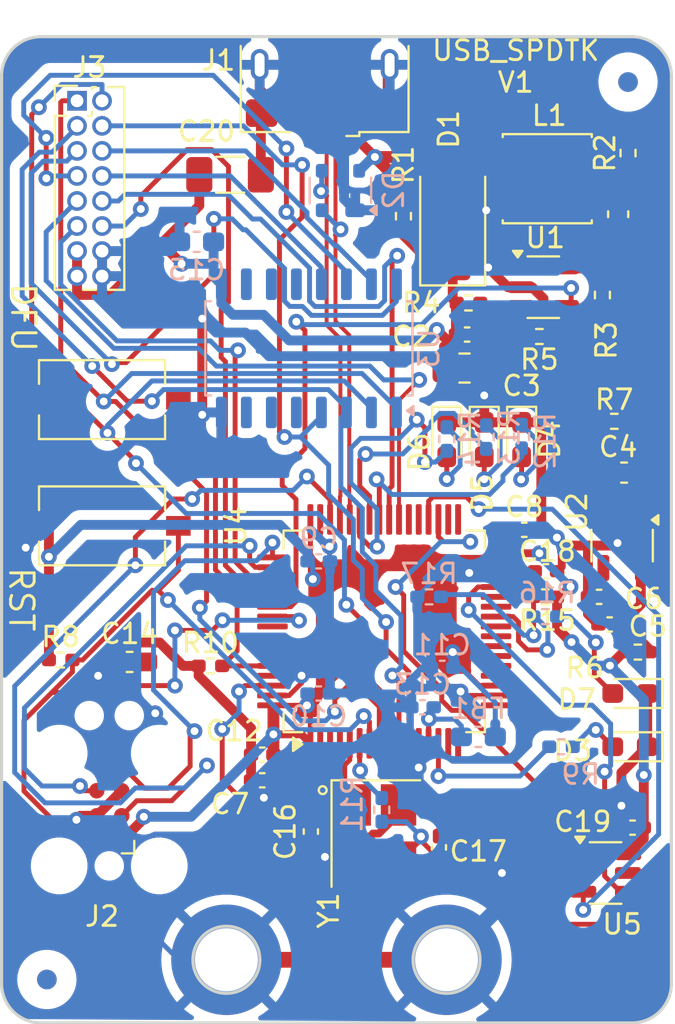
<source format=kicad_pcb>
(kicad_pcb (version 20240108) (generator "pcbnew") (generator_version "8.0")
  (layers (0 "F.Cu" signal) (31 "B.Cu" signal) (34 "B.Paste" user) (35 "F.Paste" user) (36 "B.SilkS" user "B.Silkscreen") (37 "F.SilkS" user "F.Silkscreen") (38 "B.Mask" user) (39 "F.Mask" user) (44 "Edge.Cuts" user))
  (net 0 "")
  (net 1 "Net-(U1-VIN)")
  (net 2 "GND")
  (net 3 "+VSW")
  (net 4 "Net-(U1-FB)")
  (net 5 "VBUS")
  (net 6 "Net-(U2-VOUT)")
  (net 7 "Net-(U2-BP)")
  (net 8 "+3.3V")
  (net 9 "Net-(U4-VDDA)")
  (net 10 "Net-(J2-~{RESET})")
  (net 11 "Net-(U4-PH0)")
  (net 12 "Net-(C17-Pad1)")
  (net 13 "Net-(U4-VCAP1)")
  (net 14 "Net-(D1-A)")
  (net 15 "/Controller/USB+")
  (net 16 "/Controller/USB-")
  (net 17 "Net-(D3-A)")
  (net 18 "Net-(D4-A)")
  (net 19 "Net-(D5-A)")
  (net 20 "Net-(D6-A)")
  (net 21 "Net-(D7-A)")
  (net 23 "/Controller/JTMS")
  (net 25 "/Controller/JTDI")
  (net 26 "/Controller/JTDO")
  (net 27 "/Controller/JTCK")
  (net 28 "S2U")
  (net 29 "S1U")
  (net 30 "S2D_OUT")
  (net 31 "Aux0")
  (net 32 "Aux3")
  (net 33 "Aux2")
  (net 34 "S1D_OUT")
  (net 35 "S2D")
  (net 36 "Aux1")
  (net 37 "S2U_OUT")
  (net 38 "S1U_OUT")
  (net 39 "S1D")
  (net 40 "HVEnable")
  (net 41 "Net-(U2-ON{slash}~{OFF})")
  (net 42 "Net-(U4-PA0)")
  (net 43 "Net-(U4-BOOT0)")
  (net 44 "Net-(U4-PH1)")
  (net 45 "Net-(U4-PA8)")
  (net 46 "Net-(U4-PA9)")
  (net 47 "Net-(U4-PA10)")
  (net 48 "/Controller/BOOT1")
  (net 49 "Net-(U4-PB0)")
  (net 56 "/Controller/~{SPI2NSS}")
  (net 67 "/Controller/SPI2_SCK")
  (net 72 "/Controller/SPI2_MOSI")
  (net 79 "/Controller/SPI2_MISO")
  (footprint "Capacitor_SMD:C_0402_1005Metric_Pad0.74x0.62mm_HandSolder" (layer "F.Cu") (at 129.8 104.8 90)
    (property "Reference" "C17")
    (property "Value" "30pF" (hide yes))
  )
  (footprint "Capacitor_SMD:C_0402_1005Metric_Pad0.74x0.62mm_HandSolder" (layer "F.Cu") (at 134.1325 88.7)
    (property "Reference" "C8")
    (property "Value" "0.1u" (hide yes))
  )
  (footprint "Package_QFP:LQFP-64_10x10mm_P0.5mm" (layer "F.Cu") (at 127.025 93.85 90)
    (property "Reference" "U4")
    (property "Value" "STM32F411RETx" (hide yes))
  )
  (footprint "Capacitor_SMD:C_0402_1005Metric_Pad0.74x0.62mm_HandSolder" (layer "F.Cu") (at 138.4675 93.5)
    (property "Reference" "C5")
    (property "Value" "4.7u" (hide yes))
  )
  (footprint "Inductor_SMD:L_Changjiang_FNR4030S" (layer "F.Cu") (at 135.3 70.9 180)
    (property "Reference" "L1")
    (property "Value" "10u" (hide yes))
  )
  (footprint "Capacitor_SMD:C_0402_1005Metric_Pad0.74x0.62mm_HandSolder" (layer "F.Cu") (at 120.8325 101.4 180)
    (property "Reference" "C7")
    (property "Value" "4.7u" (hide yes))
  )
  (footprint "LED_SMD:LED_0603_1608Metric_Pad1.05x0.95mm_HandSolder" (layer "F.Cu") (at 139.5 99.7 180)
    (property "Reference" "D3")
    (property "Value" "RED" (hide yes))
  )
  (footprint "Resistor_SMD:R_0402_1005Metric_Pad0.72x0.64mm_HandSolder" (layer "F.Cu") (at 138.1 76.7975 90)
    (property "Reference" "R3")
    (property "Value" "10k" (hide yes))
  )
  (footprint "Capacitor_SMD:C_0603_1608Metric_Pad1.08x0.95mm_HandSolder" (layer "F.Cu") (at 114.1 95.4)
    (property "Reference" "C14")
    (property "Value" "1u")
  )
  (footprint "Button_Switch_SMD:SW_Tactile_SPST_NO_Straight_CK_PTS636Sx25SMTRLFS" (layer "F.Cu") (at 112.7 82.1 180)
    (property "Reference" "SW2" (hide yes))
    (property "Value" "SW_Push" (hide yes))
  )
  (footprint "Resistor_SMD:R_0402_1005Metric_Pad0.72x0.64mm_HandSolder" (layer "F.Cu") (at 139.4 69.6 90)
    (property "Reference" "R2")
    (property "Value" "0")
  )
  (footprint "Resistor_SMD:R_0402_1005Metric_Pad0.72x0.64mm_HandSolder" (layer "F.Cu") (at 134.9 78.9 180)
    (property "Reference" "R5")
    (property "Value" "13.3k" (hide yes))
  )
  (footprint "Capacitor_SMD:C_0603_1608Metric_Pad1.08x0.95mm_HandSolder" (layer "F.Cu") (at 138.9 72.7 90)
    (property "Reference" "C1" (hide yes))
    (property "Value" "1u" (hide yes))
  )
  (footprint "LED_SMD:LED_0603_1608Metric_Pad1.05x0.95mm_HandSolder" (layer "F.Cu") (at 130.2 84.125 -90)
    (property "Reference" "D6")
    (property "Value" "RED" (hide yes))
  )
  (footprint "Package_TO_SOT_SMD:SOT-23-5" (layer "F.Cu") (at 135.1 76.4)
    (property "Reference" "U1")
    (property "Value" "LM27313XMF" (hide yes))
  )
  (footprint "Capacitor_SMD:C_0402_1005Metric_Pad0.74x0.62mm_HandSolder" (layer "F.Cu") (at 139.6325 103.8)
    (property "Reference" "C19")
    (property "Value" "0.1u" (hide yes))
  )
  (footprint "Resistor_SMD:R_0402_1005Metric_Pad0.72x0.64mm_HandSolder" (layer "F.Cu") (at 128 72.8 -90)
    (property "Reference" "R1")
    (property "Value" "0" (hide yes))
  )
  (footprint "LED_SMD:LED_0603_1608Metric_Pad1.05x0.95mm_HandSolder" (layer "F.Cu") (at 134 84.125 -90)
    (property "Reference" "D4")
    (property "Value" "RED")
  )
  (footprint "Connector_PinHeader_1.27mm:PinHeader_2x08_P1.27mm_Vertical" (layer "F.Cu") (at 111.43 66.95)
    (property "Reference" "J3")
    (property "Value" "Conn_02x08_Odd_Even" (hide yes))
  )
  (footprint "Package_TO_SOT_SMD:SOT-23-5" (layer "F.Cu") (at 139.1 89.5 -90)
    (property "Reference" "U2")
    (property "Value" "LP2985-3.3" (hide yes))
  )
  (footprint "Capacitor_SMD:C_1206_3216Metric_Pad1.33x1.80mm_HandSolder" (layer "F.Cu") (at 119.2 70.7)
    (property "Reference" "C20")
    (property "Value" "22uF" (hide yes))
  )
  (footprint "Diode_SMD:D_SMA" (layer "F.Cu") (at 130.5 72.8 90)
    (property "Reference" "D1")
    (property "Value" "SS34" (hide yes))
  )
  (footprint "Resistor_SMD:R_0402_1005Metric_Pad0.72x0.64mm_HandSolder" (layer "F.Cu") (at 118.2 95.6)
    (property "Reference" "R10")
    (property "Value" "10k" (hide yes))
  )
  (footprint "Capacitor_SMD:C_0402_1005Metric_Pad0.74x0.62mm_HandSolder" (layer "F.Cu") (at 120.8325 100.1)
    (property "Reference" "C12")
    (property "Value" "0.1u" (hide yes))
  )
  (footprint "Fiducial:Fiducial_1mm_Mask3mm" (layer "F.Cu") (at 139.4 66)
    (property "Reference" "FID2" (hide yes))
    (property "Value" "Fiducial" (hide yes))
  )
  (footprint "Resistor_SMD:R_0402_1005Metric_Pad0.72x0.64mm_HandSolder" (layer "F.Cu") (at 131.3 77.2 180)
    (property "Reference" "R4")
    (property "Value" "118k" (hide yes))
  )
  (footprint "Resistor_SMD:R_0402_1005Metric_Pad0.72x0.64mm_HandSolder" (layer "F.Cu") (at 135.2025 92.1 180)
    (property "Reference" "R15")
    (property "Value" "10k" (hide yes))
  )
  (footprint "Crystal:Crystal_SMD_3225-4Pin_3.2x2.5mm_HandSoldering" (layer "F.Cu") (at 126.6 104.1 -90)
    (property "Reference" "Y1")
    (property "Value" "16M 20pF 3225" (hide yes))
  )
  (footprint "LED_SMD:LED_0603_1608Metric_Pad1.05x0.95mm_HandSolder" (layer "F.Cu") (at 132.1 84.125 -90)
    (property "Reference" "D5")
    (property "Value" "RED")
  )
  (footprint "MountingHole:MountingHole_3.2mm_M3_DIN965_Pad_TopBottom" (layer "F.Cu") (at 119.012 110.5)
    (property "Reference" "H1" (hide yes))
    (property "Value" "MountingHole_Pad" (hide yes))
  )
  (footprint "Capacitor_SMD:C_0402_1005Metric_Pad0.74x0.62mm_HandSolder" (layer "F.Cu") (at 135.2325 90.8 180)
    (property "Reference" "C18")
    (property "Value" "4.7u" (hide yes))
  )
  (footprint "Connector:Tag-Connect_TC2050-IDC-FP_2x05_P1.27mm_Vertical" (layer "F.Cu") (at 113.065 101.93 90)
    (property "Reference" "J2")
    (property "Value" "TagConnectTC2050" (hide yes))
  )
  (footprint "Capacitor_SMD:C_0402_1005Metric_Pad0.74x0.62mm_HandSolder" (layer "F.Cu") (at 123.3 104 -90)
    (property "Reference" "C16")
    (property "Value" "30pF" (hide yes))
  )
  (footprint "Capacitor_SMD:C_0603_1608Metric_Pad1.08x0.95mm_HandSolder" (layer "F.Cu") (at 139.2 85.8)
    (property "Reference" "C4")
    (property "Value" "1u" (hide yes))
  )
  (footprint "Capacitor_SMD:C_0805_2012Metric_Pad1.18x1.45mm_HandSolder" (layer "F.Cu") (at 131.1 80.5 180)
    (property "Reference" "C3")
    (property "Value" "4.7u" (hide yes))
  )
  (footprint "Package_TO_SOT_SMD:SOT-23-6" (layer "F.Cu") (at 138.2625 106.1)
    (property "Reference" "U5")
    (property "Value" "93LC66AT-IOT" (hide yes))
  )
  (footprint "Resistor_SMD:R_0402_1005Metric_Pad0.72x0.64mm_HandSolder" (layer "F.Cu") (at 110.6 95.3)
    (property "Reference" "R8")
    (property "Value" "10k" (hide yes))
  )
  (footprint "Fiducial:Fiducial_1mm_Mask3mm" (layer "F.Cu") (at 109.9 111.5)
    (property "Reference" "FID1" (hide yes))
    (property "Value" "Fiducial" (hide yes))
  )
  (footprint "Resistor_SMD:R_0402_1005Metric_Pad0.72x0.64mm_HandSolder" (layer "F.Cu") (at 139.9025 94.9 180)
    (property "Reference" "R6")
    (property "Value" "0" (hide yes))
  )
  (footprint "MountingHole:MountingHole_3.2mm_M3_DIN965_Pad_TopBottom" (layer "F.Cu") (at 130.188 110.5)
    (property "Reference" "H2" (hide yes))
    (property "Value" "MountingHole_Pad" (hide yes))
  )
  (footprint "LED_SMD:LED_0603_1608Metric_Pad1.05x0.95mm_HandSolder" (layer "F.Cu") (at 139.5 97 180)
    (property "Reference" "D7")
    (property "Value" "GRN" (hide yes))
  )
  (footprint "Capacitor_SMD:C_0402_1005Metric_Pad0.74x0.62mm_HandSolder" (layer "F.Cu") (at 131.2325 78.8)
    (property "Reference" "C2")
    (property "Value" "220p" (hide yes))
  )
  (footprint "Resistor_SMD:R_0402_1005Metric_Pad0.72x0.64mm_HandSolder" (layer "F.Cu") (at 138.7025 83.2 180)
    (property "Reference" "R7")
    (property "Value" "10k" (hide yes))
  )
  (footprint "Capacitor_SMD:C_0402_1005Metric_Pad0.74x0.62mm_HandSolder" (layer "F.Cu") (at 137.9325 92.1)
    (property "Reference" "C6")
    (property "Value" "0.1u" (hide yes))
  )
  (footprint "Connector_USB:USB_Micro-B_Amphenol_10118193-0001LF_Horizontal" (layer "F.Cu") (at 124 65.125 180)
    (property "Reference" "J1")
    (property "Value" "USB_B_Micro" (hide yes))
  )
  (footprint "Button_Switch_SMD:SW_Tactile_SPST_NO_Straight_CK_PTS636Sx25SMTRLFS" (layer "F.Cu") (at 112.7 88.5 180)
    (property "Reference" "SW1" (hide yes))
    (property "Value" "SW_Push" (hide yes))
  )
  (footprint "Package_SO:SOIC-16_4.55x10.3mm_P1.27mm" (layer "B.Cu") (at 123.2 79.5 90)
    (property "Reference" "U3")
    (property "Value" "ULN2003ADR" (hide yes))
  )
  (footprint "Resistor_SMD:R_0402_1005Metric_Pad0.72x0.64mm_HandSolder" (layer "B.Cu") (at 136 99.7)
    (property "Reference" "R9")
    (property "Value" "100" (hide yes))
  )
  (footprint "Capacitor_SMD:C_0402_1005Metric_Pad0.74x0.62mm_HandSolder" (layer "B.Cu") (at 129.9675 95.7 180)
    (property "Reference" "C11")
    (property "Value" "0.1u" (hide yes))
  )
  (footprint "Capacitor_SMD:C_0402_1005Metric_Pad0.74x0.62mm_HandSolder" (layer "B.Cu") (at 123.7 97)
    (property "Reference" "C10")
    (property "Value" "0.1u" (hide yes))
  )
  (footprint "Capacitor_SMD:C_0402_1005Metric_Pad0.74x0.62mm_HandSolder" (layer "B.Cu") (at 123.7 90.3 180)
    (property "Reference" "C9")
    (property "Value" "0.1u" (hide yes))
  )
  (footprint "Capacitor_SMD:C_0603_1608Metric_Pad1.08x0.95mm_HandSolder" (layer "B.Cu") (at 117.5 74.1)
    (property "Reference" "C15")
    (property "Value" "1u")
  )
  (footprint "Package_TO_SOT_SMD:SOT-143" (layer "B.Cu") (at 124.8 71.5 90)
    (property "Reference" "D2")
    (property "Value" "PRTR5V0U2X" (hide yes))
  )
  (footprint "Capacitor_SMD:C_0402_1005Metric_Pad0.74x0.62mm_HandSolder" (layer "B.Cu") (at 128.9675 97.7 180)
    (property "Reference" "C13")
    (property "Value" "0.1u" (hide yes))
  )
  (footprint "Resistor_SMD:R_0402_1005Metric_Pad0.72x0.64mm_HandSolder" (layer "B.Cu") (at 129.3 92.1 180)
    (property "Reference" "R17")
    (property "Value" "100" (hide yes))
  )
  (footprint "Capacitor_SMD:C_0603_1608Metric_Pad1.08x0.95mm_HandSolder" (layer "B.Cu") (at 131.8 99.2 180)
    (property "Reference" "FB1")
    (property "Value" "MMZ1608Y102B" (hide yes))
  )
  (footprint "Fiducial:Fiducial_1mm_Mask3mm" (layer "B.Cu") (at 109.9 111.5 180)
    (property "Reference" "FID3" (hide yes))
    (property "Value" "Fiducial" (hide yes))
  )
  (footprint "Resistor_SMD:R_0402_1005Metric_Pad0.72x0.64mm_HandSolder" (layer "B.Cu") (at 130.2 84.1 90)
    (property "Reference" "R14")
    (property "Value" "100" (hide yes))
  )
  (footprint "Resistor_SMD:R_0402_1005Metric_Pad0.72x0.64mm_HandSolder" (layer "B.Cu") (at 132.2 84 90)
    (property "Reference" "R13")
    (property "Value" "100" (hide yes))
  )
  (footprint "Resistor_SMD:R_0402_1005Metric_Pad0.72x0.64mm_HandSolder" (layer "B.Cu") (at 126.9 102.9 90)
    (property "Reference" "R11")
    (property "Value" "100" (hide yes))
  )
  (footprint "Resistor_SMD:R_0402_1005Metric_Pad0.72x0.64mm_HandSolder" (layer "B.Cu") (at 135.2 93.1)
    (property "Reference" "R16")
    (property "Value" "100" (hide yes))
  )
  (footprint "Resistor_SMD:R_0402_1005Metric_Pad0.72x0.64mm_HandSolder" (layer "B.Cu") (at 134 83.975 90)
    (property "Reference" "R12")
    (property "Value" "100" (hide yes))
  )
  (footprint "Fiducial:Fiducial_1mm_Mask3mm" (layer "B.Cu") (at 139.4 66 180)
    (property "Reference" "FID4" (hide yes))
    (property "Value" "Fiducial" (hide yes))
  )
  (gr_circle (center 123.9 101.9) (end 123.9 101.7) (stroke (width 0.12)) (fill none) (layer "F.SilkS"))
  (gr_circle (center 119.012 110.5) (end 117.312 110.5) (stroke (width 0.16)) (fill none) (layer "Edge.Cuts"))
  (gr_line (start 107.6 111.7) (end 107.6 65.7) (stroke (width 0.16)) (layer "Edge.Cuts"))
  (gr_arc (start 109.6 113.7) (mid 108.185786 113.114214) (end 107.6 111.7) (stroke (width 0.16)) (layer "Edge.Cuts"))
  (gr_line (start 139.6 113.7) (end 109.6 113.7) (stroke (width 0.16)) (layer "Edge.Cuts"))
  (gr_arc (start 139.6 63.7) (mid 141.014214 64.285786) (end 141.6 65.7) (stroke (width 0.16)) (layer "Edge.Cuts"))
  (gr_line (start 141.6 65.7) (end 141.6 111.7) (stroke (width 0.16)) (layer "Edge.Cuts"))
  (gr_line (start 109.6 63.7) (end 139.6 63.7) (stroke (width 0.16)) (layer "Edge.Cuts"))
  (gr_arc (start 141.6 111.7) (mid 141.014214 113.114214) (end 139.6 113.7) (stroke (width 0.16)) (layer "Edge.Cuts"))
  (gr_arc (start 107.6 65.7) (mid 108.185786 64.285786) (end 109.6 63.7) (stroke (width 0.16)) (layer "Edge.Cuts"))
  (gr_circle (center 130.188 110.5) (end 128.488 110.5) (stroke (width 0.16)) (fill none) (layer "Edge.Cuts"))
  (gr_text "USB_SPDTK\nV1" (at 133.7 66.6 0) (layer "F.SilkS") (effects (font (size 1 1)) (justify bottom)))
  (gr_text "DFU" (at 108 76.1 -90) (layer "F.SilkS") (effects (font (size 1.2 1.2)) (justify left bottom)))
  (gr_text "RST" (at 107.9 90.5 -90) (layer "F.SilkS") (effects (font (size 1.2 1.2)) (justify left bottom)))
  (segment (start 136.2375 73.7642) (end 136.2375 75.45) (width 0.5) (layer "F.Cu") (net 1))
  (segment (start 138.9 71.8375) (end 138.9 70.6975) (width 0.6) (layer "F.Cu") (net 1))
  (segment (start 138.3 71.8375) (end 137.7375 71.8375) (width 0.6) (layer "F.Cu") (net 1))
  (segment (start 137.7375 71.8375) (end 136.8 70.9) (width 0.6) (layer "F.Cu") (net 1))
  (segment (start 136.8 73.2017) (end 136.2375 73.7642) (width 0.5) (layer "F.Cu") (net 1))
  (segment (start 136.2375 75.45) (end 137.35 75.45) (width 0.5) (layer "F.Cu") (net 1))
  (segment (start 138.9 70.6975) (end 139.4 70.1975) (width 0.6) (layer "F.Cu") (net 1))
  (segment (start 138.9 71.8375) (end 138.3 71.8375) (width 0.6) (layer "F.Cu") (net 1))
  (segment (start 136.8 70.9) (end 136.8 73.2017) (width 0.5) (layer "F.Cu") (net 1))
  (segment (start 137.35 75.45) (end 138.1 76.2) (width 0.5) (layer "F.Cu") (net 1))
  (segment (start 135.1108 78.1008) (end 135.4975 78.4875) (width 0.5) (layer "F.Cu") (net 2))
  (segment (start 139.1 89.136849) (end 138.866375 89.370474) (width 0.5) (layer "F.Cu") (net 2))
  (segment (start 114.2218 94.4157) (end 113.2375 95.4) (width 0.5) (layer "F.Cu") (net 2))
  (segment (start 131.1 97.1) (end 130.9 96.9) (width 0.254) (layer "F.Cu") (net 2))
  (segment (start 139.1 89.024999) (end 138.624999 89.5) (width 0.5) (layer "F.Cu") (net 2))
  (segment (start 139.1 80.4) (end 139 80.5) (width 0.5) (layer "F.Cu") (net 2))
  (segment (start 122.828 96.4674) (end 122.828 96.0949) (width 0.254) (layer "F.Cu") (net 2))
  (segment (start 123.791 105.059) (end 123.6893 105.059) (width 0.5) (layer "F.Cu") (net 2))
  (segment (start 132.7 97.1) (end 131.1 97.1) (width 0.254) (layer "F.Cu") (net 2))
  (segment (start 135.4975 82.7516) (end 134.9991 83.25) (width 0.5) (layer "F.Cu") (net 2))
  (segment (start 120.8 66.7301) (end 120.8 66.4767) (width 0.5) (layer "F.Cu") (net 2))
  (segment (start 117.6025 95.6) (end 116.81407 95.6) (width 0.5) (layer "F.Cu") (net 2))
  (segment (start 124.282 105.55) (end 124.016 105.284) (width 0.4) (layer "F.Cu") (net 2))
  (segment (start 129.8 104.232) (end 129.8 103.5) (width 0.254) (layer "F.Cu") (net 2))
  (segment (start 133.9625 76.4) (end 133.300001 76.4) (width 0.5) (layer "F.Cu") (net 2))
  (segment (start 126.75 104.1) (end 127.75 103.1) (width 0.4) (layer "F.Cu") (net 2))
  (segment (start 134.5328 76.4) (end 135.1108 76.978) (width 0.5) (layer "F.Cu") (net 2))
  (segment (start 128.95 102.65) (end 128.4565 102.65) (width 0.254) (layer "F.Cu") (net 2))
  (segment (start 132.800001 75.9) (end 132.8 75.9) (width 0.5) (layer "F.Cu") (net 2))
  (segment (start 134.9991 83.25) (end 134.9991 88.4009) (width 0.5) (layer "F.Cu") (net 2))
  (segment (start 126.45 104.1) (end 126.75 104.1) (width 0.4) (layer "F.Cu") (net 2))
  (segment (start 136.035974 89.341817) (end 135.789201 89.095044) (width 0.254) (layer "F.Cu") (net 2))
  (segment (start 108.825 88.5) (end 108.825 89.6065) (width 0.5) (layer "F.Cu") (net 2))
  (segment (start 133.9625 76.4) (end 134.5328 76.4) (width 0.5) (layer "F.Cu") (net 2))
  (segment (start 132.1 83.25) (end 132.1 81.8891) (width 0.5) (layer "F.Cu") (net 2))
  (segment (start 132.4 106.1) (end 133 106.1) (width 0.5) (layer "F.Cu") (net 2))
  (segment (start 128.775 100.75) (end 128.774 100.752) (width 0.254) (layer "F.Cu") (net 2))
  (segment (start 132.8 75.9) (end 132.3 75.4) (width 0.5) (layer "F.Cu") (net 2))
  (segment (start 134.7 88.7) (end 135.394157 88.7) (width 0.254) (layer "F.Cu") (net 2))
  (segment (start 128.4565 101.0695) (end 128.4565 102.65) (width 0.5) (layer "F.Cu") (net 2))
  (segment (start 131.625 90.6) (end 131.34 90.8853) (width 0.254) (layer "F.Cu") (net 2))
  (segment (start 137.365 92.1) (end 137.365 92.965) (width 0.5) (layer "F.Cu") (net 2))
  (segment (start 137.125 106.1) (end 132.4 106.1) (width 0.5) (layer "F.Cu") (net 2))
  (segment (start 132.1 83.25) (end 134 83.25) (width 0.5) (layer "F.Cu") (net 2))
  (segment (start 130.2 83.25) (end 132.1 83.25) (width 0.5) (layer "F.Cu") (net 2))
  (segment (start 137.4 89.5) (end 136.194157 89.5) (width 0.5) (layer "F.Cu") (net 2))
  (segment (start 120.8 67.575) (end 120.8 66.7301) (width 0.5) (layer "F.Cu") (net 2))
  (segment (start 138.624999 89.5) (end 137.4 89.5) (width 0.5) (layer "F.Cu") (net 2))
  (segment (start 115.4 98.050061) (end 115.4 98) (width 0.2) (layer "F.Cu") (net 2))
  (segment (start 123.791 105.059) (end 123.3 104.568) (width 0.4) (layer "F.Cu") (net 2))
  (segment (start 139.1 88.3625) (end 139.1 89.024999) (width 0.5) (layer "F.Cu") (net 2))
  (segment (start 128.774 100.752) (end 128.4565 101.0695) (width 0.5) (layer "F.Cu") (net 2))
  (segment (start 137.365 92.965) (end 137.9 93.5) (width 0.5) (layer "F.Cu") (net 2))
  (segment (start 120.265 101.4) (end 120.265 100.1) (width 0.5) (layer "F.Cu") (net 2))
  (segment (start 132.1375 80.5) (end 132.1375 81.8516) (width 0.5) (layer "F.Cu") (net 2))
  (segment (start 128.775 99.525) (end 128.775 100.75) (width 0.254) (layer "F.Cu") (net 2))
  (segment (start 123.6893 105.059) (end 120.91515 102.28485) (width 0.5) (layer "F.Cu") (net 2))
  (segment (start 136.035974 89.341817) (end 136.035974 90.564026) (width 0.4) (layer "F.Cu") (net 2))
  (segment (start 132.7 90.6) (end 131.625 90.6) (width 0.254) (layer "F.Cu") (net 2))
  (segment (start 139 80.5) (end 135.4975 80.5) (width 0.5) (layer "F.Cu") (net 2))
  (segment (start 139.065 101.01) (end 139.065 102.6899) (width 0.5) (layer "F.Cu") (net 2))
  (segment (start 113.7 99.39) (end 114.060061 99.39) (width 0.2) (layer "F.Cu") (net 2))
  (segment (start 133.300001 76.4) (end 132.800001 75.9) (width 0.5) (layer "F.Cu") (net 2))
  (segment (start 117.6025 96.1005) (end 117.6025 95.6) (width 0.5) (layer "F.Cu") (net 2))
  (segment (start 120.265 98.763) (end 117.6025 96.1005) (width 0.5) (layer "F.Cu") (net 2))
  (segment (start 136.194157 89.5) (end 135.789201 89.095044) (width 0.5) (layer "F.Cu") (net 2))
  (segment (start 113.2375 95.4) (end 112.5375 96.1) (width 0.2) (layer "F.Cu") (net 2))
  (segment (start 120.7 65.125) (end 120.7 66.3767) (width 0.5) (layer "F.Cu") (net 2))
  (segment (start 122.6994 65.2256) (end 122.6994 66.7301) (width 0.5) (layer "F.Cu") (net 2))
  (segment (start 137.365 92.1) (end 137.365 89.535) (width 0.5) (layer "F.Cu") (net 2))
  (segment (start 134.9991 83.25) (end 134 83.25) (width 0.5) (layer "F.Cu") (net 2))
  (segment (start 135.4975 78.4875) (end 135.4975 78.9) (width 0.5) (layer "F.Cu") (net 2))
  (segment (start 125.45 105.1) (end 126.45 104.1) (width 0.4) (layer "F.Cu") (net 2))
  (segment (start 112.43 103.2) (end 113.7 101.93) (width 0.5) (layer "F.Cu") (net 2))
  (segment (start 114.060061 99.39) (end 115.4 98.050061) (width 0.2) (layer "F.Cu") (net 2))
  (segment (start 139.065 103.8) (end 139.065 102.6899) (width 0.5) (layer "F.Cu") (net 2))
  (segment (start 117.7855 77.9939) (end 117.7855 82.8681) (width 0.5) (layer "F.Cu") (net 2))
  (segment (start 112.7 74.57) (end 112.7 75.84) (width 0.5) (layer "F.Cu") (net 2))
  (segment (start 122.6994 66.7301) (end 122.6994 67.7994) (width 0.4006) (layer "F.Cu") (net 2))
  (segment (start 135.4975 78.9) (end 135.4975 82.7516) (width 0.5) (layer "F.Cu") (net 2))
  (segment (start 129.8 103.5) (end 128.95 102.65) (width 0.254) (layer "F.Cu") (net 2))
  (segment (start 125.2 65.125) (end 122.8 65.125) (width 0.5) (layer "F.Cu") (net 2))
  (segment (start 125.45 105.55) (end 124.282 105.55) (width 0.4) (layer "F.Cu") (net 2))
  (segment (start 135.394157 88.7) (end 135.789201 89.095044) (width 0.254) (layer "F.Cu") (net 2))
  (segment (start 120.265 100.1) (end 120.265 98.763) (width 0.5) (layer "F.Cu") (net 2))
  (segment (start 123.775 88.175) (end 123.775 89.0741) (width 0.254) (layer "F.Cu") (net 2))
  (segment (start 112.5375 96.1) (end 112.5 96.1) (width 0.2) (layer "F.Cu") (net 2))
  (segment (start 121.35 97.1) (end 122.196 97.1) (width 0.254) (layer "F.Cu") (net 2))
  (segment (start 127.2 65.125) (end 125.2 65.125) (width 0.5) (layer "F.Cu") (net 2))
  (segment (start 122.196 97.1) (end 122.828 96.4674) (width 0.254) (layer "F.Cu") (net 2))
  (segment (start 119.012 110.5) (end 130.188 110.5) (width 0.8) (layer "F.Cu") (net 2))
  (segment (start 139.1 86.5625) (end 139.1 88.3625) (width 0.5) (layer "F.Cu") (net 2))
  (segment (start 137.365 89.535) (end 137.4 89.5) (width 0.5) (layer "F.Cu") (net 2))
  (segment (start 124.016 105.284) (end 123.791 105.059) (width 0.4) (layer "F.Cu") (net 2))
  (segment (start 112.43 103.2) (end 111.6 103.2) (width 0.5) (layer "F.Cu") (net 2))
  (segment (start 138.3375 85.8) (end 139.1 86.5625) (width 0.5) (layer "F.Cu") (net 2))
  (segment (start 140.375 97) (end 140.375 99.7) (width 0.5) (layer "F.Cu") (net 2))
  (segment (start 139.1 73.7625) (end 139.1 80.4) (width 0.5) (layer "F.Cu") (net 2))
  (segment (start 132.2 75.299999) (end 132.2 72.5) (width 0.5) (layer "F.Cu") (net 2))
  (segment (start 120.265 101.6347) (end 120.91515 102.28485) (width 0.5) (layer "F.Cu") (net 2))
  (segment (start 140.375 99.7) (end 139.065 101.01) (width 0.5) (layer "F.Cu") (net 2))
  (segment (start 120.265 101.4) (end 120.265 101.6347) (width 0.5) (layer "F.Cu") (net 2))
  (segment (start 132.4 106.1) (end 129.8 103.5) (width 0.5) (layer "F.Cu") (net 2))
  (segment (start 122.8 65.125) (end 120.7 65.125) (width 0.5) (layer "F.Cu") (net 2))
  (segment (start 127.2 65.125) (end 127.2 67.575) (width 0.5) (layer "F.Cu") (net 2))
  (segment (start 139.1 88.3625) (end 139.1 89.136849) (width 0.5) (layer "F.Cu") (net 2))
  (segment (start 116.81407 95.6) (end 115.62977 94.4157) (width 0.5) (layer "F.Cu") (net 2))
  (segment (start 132.1 81.8891) (end 132.1012 81.8879) (width 0.5) (layer "F.Cu") (net 2))
  (segment (start 132.1375 81.8516) (end 132.1012 81.8879) (width 0.5) (layer "F.Cu") (net 2))
  (segment (start 111.6 103.2) (end 111.4 103.4) (width 0.5) (layer "F.Cu") (net 2))
  (segment (start 132.3 75.4) (end 132.2 75.299999) (width 0.5) (layer "F.Cu") (net 2))
  (segment (start 120.7625 67.6125) (end 120.7625 70.7) (width 0.5) (layer "F.Cu") (net 2))
  (segment (start 136.035974 90.564026) (end 135.799999 90.800001) (width 0.4) (layer "F.Cu") (net 2))
  (segment (start 135.1108 76.978) (end 135.1108 78.1008) (width 0.5) (layer "F.Cu") (net 2))
  (segment (start 123.775 89.0741) (end 124.251 89.55) (width 0.254) (layer "F.Cu") (net 2))
  (segment (start 134.9991 88.4009) (end 134.7 88.7) (width 0.5) (layer "F.Cu") (net 2))
  (segment (start 115.62977 94.4157) (end 114.2218 94.4157) (width 0.5) (layer "F.Cu") (net 2))
  (segment (start 120.8 66.4767) (end 120.7 66.3767) (width 0.5) (layer "F.Cu") (net 2))
  (via (at 112.5 96.1) (size 0.8) (drill 0.4) (layers "F.Cu" "B.Cu") (net 2))
  (via (at 108.825 89.6065) (size 0.8) (drill 0.4) (layers "F.Cu" "B.Cu") (net 2))
  (via (at 138.866375 89.370474) (size 0.8) (drill 0.4) (layers "F.Cu" "B.Cu") (net 2))
  (via (at 124.016 105.284) (size 0.8) (drill 0.4) (layers "F.Cu" "B.Cu") (net 2))
  (via (at 111.4 103.4) (size 0.8) (drill 0.4) (layers "F.Cu" "B.Cu") (net 2))
  (via (at 120.91515 102.28485) (size 0.8) (drill 0.4) (layers "F.Cu" "B.Cu") (net 2))
  (via (at 133 106.1) (size 0.8) (drill 0.4) (layers "F.Cu" "B.Cu") (net 2))
  (via (at 131.34 90.8853) (size 0.8) (drill 0.4) (layers "F.Cu" "B.Cu") (net 2))
  (via (at 130.9 96.9) (size 0.8) (drill 0.4) (layers "F.Cu" "B.Cu") (net 2))
  (via (at 117.7855 77.9939) (size 0.8) (drill 0.4) (layers "F.Cu" "B.Cu") (net 2))
  (via (at 132.2 72.5) (size 0.8) (drill 0.4) (layers "F.Cu" "B.Cu") (net 2))
  (via (at 132.3 75.4) (size 0.8) (drill 0.4) (layers "F.Cu" "B.Cu") (net 2))
  (via (at 122.828 96.0949) (size 0.8) (drill 0.4) (layers "F.Cu" "B.Cu") (net 2))
  (via (at 115.4 98) (size 0.8) (drill 0.4) (layers "F.Cu" "B.Cu") (net 2))
  (via (at 135.789201 89.095044) (size 0.8) (drill 0.4) (layers "F.Cu" "B.Cu") (net 2))
  (via (at 132.1012 81.8879) (size 0.8) (drill 0.4) (layers "F.Cu" "B.Cu") (net 2))
  (via (at 128.774 100.752) (size 0.8) (drill 0.4) (layers "F.Cu" "B.Cu") (net 2))
  (via (at 117.7855 82.8681) (size 0.8) (drill 0.4) (layers "F.Cu" "B.Cu") (net 2))
  (via (at 139.065 102.6899) (size 0.8) (drill 0.4) (layers "F.Cu" "B.Cu") (net 2))
  (via (at 124.251 89.55) (size 0.8) (drill 0.4) (layers "F.Cu" "B.Cu") (net 2))
  (segment (start 128.7 95) (end 128.702 94.9975) (width 0.4) (layer "B.Cu") (net 2))
  (segment (start 127.7 97) (end 128.4 97.7) (width 0.4) (layer "B.Cu") (net 2))
  (segment (start 131.34 90.8853) (end 129.917 90.8853) (width 0.254) (layer "B.Cu") (net 2))
  (segment (start 128.4 100.378) (end 128.4 97.7) (width 0.254) (layer "B.Cu") (net 2))
  (segment (start 139.065 102.6899) (end 130.0147 102.6899) (width 0.5) (layer "B.Cu") (net 2))
  (segment (start 118.755 82.75) (end 117.9036 82.75) (width 0.5) (layer "B.Cu") (net 2))
  (segment (start 113.5 96.1) (end 112.5 96.1) (width 0.2) (layer "B.Cu") (net 2))
  (segment (start 117.7855 77.9939) (end 115.8056 77.9939) (width 0.5) (layer "B.Cu") (net 2))
  (segment (start 124.268 90.8304) (end 124.268 96.1) (width 0.4) (layer "B.Cu") (net 2))
  (segment (start 112.09145 106.002897) (end 116.588553 110.5) (width 0.25) (layer "B.Cu") (net 2))
  (segment (start 124.268 90.8304) (end 124.2675 90.8299) (width 0.5) (layer "B.Cu") (net 2))
  (segment (start 112.7 75.84) (end 113.6517 75.84) (width 0.5) (layer "B.Cu") (net 2))
  (segment (start 132.2929 81.8879) (end 132.1012 81.8879) (width 0.5) (layer "B.Cu") (net 2))
  (segment (start 124.268 97) (end 127.7 97) (width 0.4) (layer "B.Cu") (net 2))
  (segment (start 124.2675 96.5505) (end 124.2675 97) (width 0.5) (layer "B.Cu") (net 2))
  (segment (start 111.4 104.399705) (end 112.09145 105.091155) (width 0.25) (layer "B.Cu") (net 2))
  (segment (start 135.727222 89.033065) (end 135.789201 89.095044) (width 0.254) (layer "B.Cu") (net 2))
  (segment (start 130.6 96.9) (end 129.4 95.7) (width 0.254) (layer "B.Cu") (net 2))
  (segment (start 129 95.7) (end 127.7 97) (width 0.4) (layer "B.Cu") (net 2))
  (segment (start 129.4 95.7) (end 129 95.7) (width 0.4) (layer "B.Cu") (net 2))
  (segment (start 127.3 66.3767) (end 124.9879 68.6888) (width 0.5) (layer "B.Cu") (net 2))
  (segment (start 124.9879 71.9379) (end 125.55 72.5) (width 0.5) (layer "B.Cu") (net 2))
  (segment (start 117.1702 83.4834) (end 114.9481 83.4834) (width 0.5) (layer "B.Cu") (net 2))
  (segment (start 112.09145 105.091155) (end 112.09145 106.002897) (width 0.25) (layer "B.Cu") (net 2))
  (segment (start 115.4 98) (end 113.5 96.1) (width 0.2) (layer "B.Cu") (net 2))
  (segment (start 121.171 79.898) (end 130.1113 79.898) (width 0.5) (layer "B.Cu") (net 2))
  (segment (start 125.55 72.5) (end 132.2 72.5) (width 0.5) (layer "B.Cu") (net 2))
  (segment (start 124.9879 68.6888) (end 124.9879 71.9379) (width 0.5) (layer "B.Cu") (net 2))
  (segment (start 117.7855 82.8681) (end 117.1702 83.4834) (width 0.5) (layer "B.Cu") (net 2))
  (segment (start 129.917 90.8853) (end 128.7021 92.1) (width 0.254) (layer "B.Cu") (net 2))
  (segment (start 111.4 103.4) (end 111.4 104.399705) (width 0.25) (layer "B.Cu") (net 2))
  (segment (start 124.268 96.55) (end 124.2675 96.5505) (width 0.5) (layer "B.Cu") (net 2))
  (segment (start 124.268 90.3) (end 124.268 90.8304) (width 0.4) (layer "B.Cu") (net 2))
  (segment (start 124.268 96.55) (end 124.268 97) (width 0.4) (layer "B.Cu") (net 2))
  (segment (start 119.973 78.7) (end 121.171 79.898) (width 0.5) (layer "B.Cu") (net 2))
  (segment (start 130.0147 102.6899) (end 128.774 101.4492) (width 0.5) (layer "B.Cu") (net 2))
  (segment (start 124.251 89.55) (end 124.251 90.2834) (width 0.254) (layer "B.Cu") (net 2))
  (segment (start 130.9 96.9) (end 130.6 96.9) (width 0.254) (layer "B.Cu") (net 2))
  (segment (start 129.4 95.7) (end 128.7 95) (width 0.4) (layer "B.Cu") (net 2))
  (segment (start 131.34 90.8853) (end 133.192235 89.033065) (width 0.254) (layer "B.Cu") (net 2))
  (segment (start 114.9481 83.4834) (end 108.825 89.6065) (width 0.5) (layer "B.Cu") (net 2))
  (segment (start 133 107.688) (end 130.188 110.5) (width 0.8) (layer "B.Cu") (net 2))
  (segment (start 128.702 94.9975) (end 128.702 92.1) (width 0.4) (layer "B.Cu") (net 2))
  (segment (start 127.3 65.125) (end 127.3 66.3767) (width 0.5) (layer "B.Cu") (net 2))
  (segment (start 117.9036 82.75) (end 117.7855 82.8681) (width 0.5) (layer "B.Cu") (net 2))
  (segment (start 118.4916 78.7) (end 119.973 78.7) (width 0.5) (layer "B.Cu") (net 2))
  (segment (start 133.192235 89.033065) (end 135.727222 89.033065) (width 0.254) (layer "B.Cu") (net 2))
  (segment (start 128.774 100.752) (end 128.4 100.378) (width 0.254) (layer "B.Cu") (net 2))
  (segment (start 115.8056 77.9939) (end 113.6517 75.84) (width 0.5) (layer "B.Cu") (net 2))
  (segment (start 124.268 96.1) (end 124.268 96.55) (width 0.4) (layer "B.Cu") (net 2))
  (segment (start 116.6375 74.1) (end 116.1675 74.57) (width 0.5) (layer "B.Cu") (net 2))
  (segment (start 124.2675 90.8299) (end 124.2675 90.3) (width 0.5) (layer "B.Cu") (net 2))
  (segment (start 116.1675 74.57) (end 112.7 74.57) (width 0.5) (layer "B.Cu") (net 2))
  (segment (start 122.828 96.0949) (end 124.262 96.0949) (width 0.254) (layer "B.Cu") (net 2))
  (segment (start 130.1113 79.898) (end 132.1012 81.8879) (width 0.5) (layer "B.Cu") (net 2))
  (segment (start 117.7855 77.9939) (end 118.4916 78.7) (width 0.5) (layer "B.Cu") (net 2))
  (segment (start 128.774 101.4492) (end 128.774 100.752) (width 0.5) (layer "B.Cu") (net 2))
  (segment (start 124.262 96.0949) (end 124.268 96.1) (width 0.254) (layer "B.Cu") (net 2))
  (segment (start 133 106.1) (end 133 107.688) (width 0.8) (layer "B.Cu") (net 2))
  (segment (start 130.665 77.2375) (end 130.665 78.8) (width 0.5) (layer "F.Cu") (net 3))
  (segment (start 117.6375 72.2655) (end 115.7143 74.1887) (width 0.5) (layer "F.Cu") (net 3))
  (segment (start 130.2956 79.1694) (end 129.6933 78.5671) (width 0.5) (layer "F.Cu") (net 3))
  (segment (start 111.43 76.3158) (end 111.43 75.84) (width 0.5) (layer "F.Cu") (net 3))
  (segment (start 111.43 76.7917) (end 113.1113 76.7917) (width 0.5) (layer "F.Cu") (net 3))
  (segment (start 130.0625 79.4025) (end 130.0625 80.5) (width 0.5) (layer "F.Cu") (net 3))
  (segment (start 116.7403 75.2147) (end 115.7143 74.1887) (width 0.5) (layer "F.Cu") (net 3))
  (segment (start 129.1 74.8) (end 128 73.7) (width 0.6) (layer "F.Cu") (net 3))
  (segment (start 113.1113 76.7917) (end 115.7143 74.1887) (width 0.5) (layer "F.Cu") (net 3))
  (segment (start 130.2956 79.1694) (end 130.0625 79.4025) (width 0.5) (layer "F.Cu") (net 3))
  (segment (start 111.43 76.3158) (end 111.43 76.7917) (width 0.5) (layer "F.Cu") (net 3))
  (segment (start 117.6375 70.7) (end 117.6375 72.2655) (width 0.5) (layer "F.Cu") (net 3))
  (segment (start 111.43 75.84) (end 111.43 74.57) (width 0.5) (layer "F.Cu") (net 3))
  (segment (start 130.7025 77.2) (end 130.5 76.9975) (width 0.5) (layer "F.Cu") (net 3))
  (segment (start 130.5 76.9975) (end 130.5 74.8) (width 0.5) (layer "F.Cu") (net 3))
  (segment (start 130.665 78.8) (end 130.2956 79.1694) (width 0.5) (layer "F.Cu") (net 3))
  (segment (start 128 73.7) (end 128 73.3975) (width 0.6) (layer "F.Cu") (net 3))
  (segment (start 130.5 74.8) (end 129.1 74.8) (width 0.6) (layer "F.Cu") (net 3))
  (via (at 129.6933 78.5671) (size 0.8) (drill 0.4) (layers "F.Cu" "B.Cu") (net 3))
  (via (at 116.7403 75.2147) (size 0.8) (drill 0.4) (layers "F.Cu" "B.Cu") (net 3))
  (segment (start 118.3625 75.8575) (end 118.755 76.25) (width 0.5) (layer "B.Cu") (net 3))
  (segment (start 118.755 77.21575) (end 119.33925 77.8) (width 0.5) (layer "B.Cu") (net 3))
  (segment (start 129.1604 79.1) (end 129.6933 78.5671) (width 0.5) (layer "B.Cu") (net 3))
  (segment (start 122.2 79.1) (end 129.1604 79.1) (width 0.5) (layer "B.Cu") (net 3))
  (segment (start 118.3625 75.2147) (end 118.3625 75.8575) (width 0.5) (layer "B.Cu") (net 3))
  (segment (start 118.3625 75.2147) (end 116.7403 75.2147) (width 0.5) (layer "B.Cu") (net 3))
  (segment (start 120.9 77.8) (end 122.2 79.1) (width 0.5) (layer "B.Cu") (net 3))
  (segment (start 118.3625 74.1) (end 118.3625 75.2147) (width 0.5) (layer "B.Cu") (net 3))
  (segment (start 119.33925 77.8) (end 120.9 77.8) (width 0.5) (layer "B.Cu") (net 3))
  (segment (start 118.755 76.6765) (end 118.755 77.21575) (width 0.5) (layer "B.Cu") (net 3))
  (segment (start 131.8 77.2975) (end 131.8 78.8) (width 0.25) (layer "F.Cu") (net 4))
  (segment (start 132.0475 77.35) (end 133.9625 77.35) (width 0.25) (layer "F.Cu") (net 4))
  (segment (start 134.3025 78.9) (end 133.9625 78.56) (width 0.25) (layer "F.Cu") (net 4))
  (segment (start 133.9625 78.56) (end 133.9625 77.35) (width 0.25) (layer "F.Cu") (net 4))
  (segment (start 140.3 82.2) (end 139.3 83.2) (width 0.6) (layer "F.Cu") (net 5))
  (segment (start 126.5507 69.7992) (end 127.9008 69.7992) (width 0.6) (layer "F.Cu") (net 5))
  (segment (start 128 72.2025) (end 128 71.2485) (width 0.6) (layer "F.Cu") (net 5))
  (segment (start 125.3745 68.623) (end 125.3745 67.8745) (width 0.5) (layer "F.Cu") (net 5))
  (segment (start 139.3 83.2) (end 140.0625 83.9625) (width 0.5) (layer "F.Cu") (net 5))
  (segment (start 140.3 74.6) (end 140.3 82.2) (width 0.6) (layer "F.Cu") (net 5))
  (segment (start 128 71.2485) (end 126.5507 69.7992) (width 0.6) (layer "F.Cu") (net 5))
  (segment (start 140.6 69.4) (end 140.2 69) (width 0.6) (layer "F.Cu") (net 5))
  (segment (start 140.6 74.3) (end 140.6 69.4) (width 0.6) (layer "F.Cu") (net 5))
  (segment (start 125.3745 67.8745) (end 125.3 67.8) (width 0.4006) (layer "F.Cu") (net 5))
  (segment (start 126.5507 69.7992) (end 125.3745 68.623) (width 0.5) (layer "F.Cu") (net 5))
  (segment (start 137 66.8) (end 139.2025 69.0025) (width 0.6) (layer "F.Cu") (net 5))
  (segment (start 140.05 85.8125) (end 140.05 88.3625) (width 0.5) (layer "F.Cu") (net 5))
  (segment (start 139.4 69.0025) (end 139.2025 69.0025) (width 0.4) (layer "F.Cu") (net 5))
  (segment (start 130.9 66.8) (end 137 66.8) (width 0.6) (layer "F.Cu") (net 5))
  (segment (start 140.1975 69.0025) (end 139.4 69.0025) (width 0.6) (layer "F.Cu") (net 5))
  (segment (start 140.2 69) (end 140.1975 69.0025) (width 0.6) (layer "F.Cu") (net 5))
  (segment (start 140.0625 83.9625) (end 140.0625 85.8) (width 0.5) (layer "F.Cu") (net 5))
  (segment (start 127.9008 69.7992) (end 130.9 66.8) (width 0.6) (layer "F.Cu") (net 5))
  (segment (start 140.6 74.3) (end 140.3 74.6) (width 0.6) (layer "F.Cu") (net 5))
  (via (at 126.5507 69.7992) (size 0.8) (drill 0.4) (layers "F.Cu" "B.Cu") (net 5))
  (segment (start 126.5507 69.7992) (end 126.4508 69.7992) (width 0.5) (layer "B.Cu") (net 5))
  (segment (start 126.4508 69.7992) (end 125.75 70.5) (width 0.5) (layer "B.Cu") (net 5))
  (segment (start 139.1289 93.4061) (end 140.5 94.7772) (width 0.5) (layer "F.Cu") (net 6))
  (segment (start 140.5 94.7772) (end 140.5 94.9) (width 0.5) (layer "F.Cu") (net 6))
  (segment (start 140.05 90.6375) (end 140.05 92.485) (width 0.5) (layer "F.Cu") (net 6))
  (segment (start 140.05 92.485) (end 139.1289 93.4061) (width 0.5) (layer "F.Cu") (net 6))
  (segment (start 139.035 93.5) (end 139.1289 93.4061) (width 0.5) (layer "F.Cu") (net 6))
  (segment (start 138.15 91.75) (end 138.15 90.6375) (width 0.25) (layer "F.Cu") (net 7))
  (segment (start 138.5 92.1) (end 138.15 91.75) (width 0.25) (layer "F.Cu") (net 7))
  (segment (start 130.4 90.1) (end 130 90.5) (width 0.254) (layer "F.Cu") (net 8))
  (segment (start 139.1689 94.9) (end 138.4829 95.586) (width 0.5) (layer "F.Cu") (net 8))
  (segment (start 114.8213 103.3487) (end 114.8213 103.2502) (width 0.5) (layer "F.Cu") (net 8))
  (segment (start 121.4 101.4) (end 121.4 100.1) (width 0.6) (layer "F.Cu") (net 8))
  (segment (start 123.4 91.2) (end 124.1 90.5) (width 0.6) (layer "F.Cu") (net 8))
  (segment (start 123.275 99.525) (end 123.275 97.775) (width 0.254) (layer "F.Cu") (net 8))
  (segment (start 140.2 103.8) (end 140.2 101.1318) (width 0.5) (layer "F.Cu") (net 8))
  (segment (start 133.565 89.865) (end 133.590065 89.890065) (width 0.254) (layer "F.Cu") (net 8))
  (segment (start 123.685 97.0148) (end 123.685 91.4852) (width 0.254) (layer "F.Cu") (net 8))
  (segment (start 139.305 94.9) (end 139.1689 94.9) (width 0.5) (layer "F.Cu") (net 8))
  (segment (start 130.5 91) (end 130 90.5) (width 0.4) (layer "F.Cu") (net 8))
  (segment (start 108.825 82.1) (end 108.825 83.0517) (width 0.5) (layer "F.Cu") (net 8))
  (segment (start 135.8 93.6944) (end 136.4996 94.394) (width 0.5) (layer "F.Cu") (net 8))
  (segment (start 130.5 95.2456) (end 130.5 94.9) (width 0.254) (layer "F.Cu") (net 8))
  (segment (start 132.9 89.9) (end 132.7 90.1) (width 0.254) (layer "F.Cu") (net 8))
  (segment (start 121.4 100.1) (end 121.4 99.0715) (width 0.6) (layer "F.Cu") (net 8))
  (segment (start 123.225 99.475) (end 123.225 99.525) (width 0.4) (layer "F.Cu") (net 8))
  (segment (start 130.5 94.9) (end 130.5 91) (width 0.4) (layer "F.Cu") (net 8))
  (segment (start 110.0025 90.0669) (end 110.0025 84.2292) (width 0.5) (layer "F.Cu") (net 8))
  (segment (start 121.4 99.0715) (end 122.8215 99.0715) (width 0.4) (layer "F.Cu") (net 8))
  (segment (start 124.1 90.5) (end 130 90.5) (width 0.6) (layer "F.Cu") (net 8))
  (segment (start 121.35 97.6) (end 123.1 97.6) (width 0.254) (layer "F.Cu") (net 8))
  (segment (start 133.565 88.7) (end 133.565 89.865) (width 0.254) (layer "F.Cu") (net 8))
  (segment (start 122.8215 99.0715) (end 123.225 99.475) (width 0.4) (layer "F.Cu") (net 8))
  (segment (start 123.275 97.775) (end 123.1 97.6) (width 0.254) (layer "F.Cu") (net 8))
  (segment (start 133.6 89.9) (end 132.9 89.9) (width 0.4) (layer "F.Cu") (net 8))
  (segment (start 133.590065 89.890065) (end 134.901623 89.890065) (width 0.4) (layer "F.Cu") (net 8))
  (segment (start 132.7 96.6) (end 131.854 96.6) (width 0.254) (layer "F.Cu") (net 8))
  (segment (start 113.7 104.47) (end 114.8213 103.3487) (width 0.5) (layer "F.Cu") (net 8))
  (segment (start 139.4 105.15) (end 140.2 104.35) (width 0.5) (layer "F.Cu") (net 8))
  (segment (start 123.1 97.6) (end 123.685 97.0148) (width 0.254) (layer "F.Cu") (net 8))
  (segment (start 123.275 91.075) (end 123.4 91.2) (width 0.254) (layer "F.Cu") (net 8))
  (segment (start 136.483379 91.590663) (end 136.309337 91.590663) (width 0.254) (layer "F.Cu") (net 8))
  (segment (start 135.8 92.1) (end 135.8 93.6944) (width 0.5) (layer "F.Cu") (net 8))
  (segment (start 136.309337 91.590663) (end 135.8 92.1) (width 0.254) (layer "F.Cu") (net 8))
  (segment (start 140.2 104.35) (end 140.2 103.8) (width 0.5) (layer "F.Cu") (net 8))
  (segment (start 123.275 88.175) (end 123.275 91.075) (width 0.254) (layer "F.Cu") (net 8))
  (segment (start 110.0025 90.0669) (end 110.0025 95.3) (width 0.5) (layer "F.Cu") (net 8))
  (segment (start 131.854 96.6) (end 130.5 95.2456) (width 0.254) (layer "F.Cu") (net 8))
  (segment (start 123.685 91.4852) (end 123.4 91.2) (width 0.254) (layer "F.Cu") (net 8))
  (segment (start 110.0025 84.2292) (end 108.825 83.0517) (width 0.5) (layer "F.Cu") (net 8))
  (segment (start 133.565 89.865) (end 133.6 89.9) (width 0.254) (layer "F.Cu") (net 8))
  (segment (start 132.7 90.1) (end 130.4 90.1) (width 0.254) (layer "F.Cu") (net 8))
  (segment (start 136.4996 94.394) (end 136.5338 94.394) (width 0.5) (layer "F.Cu") (net 8))
  (segment (start 121.4 99.0715) (end 121.4 97.75) (width 0.6) (layer "F.Cu") (net 8))
  (segment (start 121.4 97.7) (end 121.35 97.65) (width 0.4) (layer "F.Cu") (net 8))
  (via (at 140.2 101.1318) (size 0.8) (drill 0.4) (layers "F.Cu" "B.Cu") (net 8))
  (via (at 123.4 91.2) (size 0.8) (drill 0.4) (layers "F.Cu" "B.Cu") (net 8))
  (via (at 138.4829 95.586) (size 0.8) (drill 0.4) (layers "F.Cu" "B.Cu") (net 8))
  (via (at 136.483379 91.590663) (size 0.8) (drill 0.4) (layers "F.Cu" "B.Cu") (net 8))
  (via (at 123.1 97.6) (size 0.8) (drill 0.4) (layers "F.Cu" "B.Cu") (net 8))
  (via (at 136.5338 94.394) (size 0.8) (drill 0.4) (layers "F.Cu" "B.Cu") (net 8))
  (via (at 114.8213 103.2502) (size 0.8) (drill 0.4) (layers "F.Cu" "B.Cu") (net 8))
  (via (at 134.901623 89.890065) (size 0.8) (drill 0.4) (layers "F.Cu" "B.Cu") (net 8))
  (via (at 130.5 94.9) (size 0.8) (drill 0.4) (layers "F.Cu" "B.Cu") (net 8))
  (via (at 121.4 99.0715) (size 0.8) (drill 0.4) (layers "F.Cu" "B.Cu") (net 8))
  (via (at 110.0025 90.0669) (size 0.8) (drill 0.4) (layers "F.Cu" "B.Cu") (net 8))
  (segment (start 130.911982 95.7) (end 132.662 97.450018) (width 0.254) (layer "B.Cu") (net 8))
  (segment (start 121.7211 88.4495) (end 123.1325 89.8609) (width 0.5) (layer "B.Cu") (net 8))
  (segment (start 132.662 98.5187) (end 132.662 99.2) (width 0.254) (layer "B.Cu") (net 8))
  (segment (start 132.662 98.5187) (end 132.6625 98.5192) (width 0.5) (layer "B.Cu") (net 8))
  (segment (start 134.901623 90.008907) (end 136.483379 91.590663) (width 0.4) (layer "B.Cu") (net 8))
  (segment (start 130.6 95.7) (end 130.911982 95.7) (width 0.254) (layer "B.Cu") (net 8))
  (segment (start 137.7258 95.586) (end 138.4829 95.586) (width 0.5) (layer "B.Cu") (net 8))
  (segment (start 132.662 97.450018) (end 132.662 98.5187) (width 0.254) (layer "B.Cu") (net 8))
  (segment (start 130.535 95.3175) (end 130.6 95.3825) (width 0.5) (layer "B.Cu") (net 8))
  (segment (start 138.4829 95.586) (end 140.2 97.3031) (width 0.5) (layer "B.Cu") (net 8))
  (segment (start 123.1 97.6) (end 123.1325 97.5675) (width 0.5) (layer "B.Cu") (net 8))
  (segment (start 117.2213 103.2502) (end 121.4 99.0715) (width 0.5) (layer "B.Cu") (net 8))
  (segment (start 130.535 95.3175) (end 130.535 94.935) (width 0.254) (layer "B.Cu") (net 8))
  (segment (start 110.0025 90.0669) (end 111.6199 88.4495) (width 0.5) (layer "B.Cu") (net 8))
  (segment (start 123.1325 89.8609) (end 123.1325 90.3) (width 0.5) (layer "B.Cu") (net 8))
  (segment (start 123.4 90.5675) (end 123.1323 90.3002) (width 0.254) (layer "B.Cu") (net 8))
  (segment (start 132.6625 98.5192) (end 132.6625 99.2) (width 0.5) (layer "B.Cu") (net 8))
  (segment (start 111.6199 88.4495) (end 121.7211 88.4495) (width 0.5) (layer "B.Cu") (net 8))
  (segment (start 134.901623 89.890065) (end 134.901623 90.008907) (width 0.254) (layer "B.Cu") (net 8))
  (segment (start 123.1325 97.5675) (end 123.1325 97) (width 0.5) (layer "B.Cu") (net 8))
  (segment (start 114.8213 103.2502) (end 117.2213 103.2502) (width 0.5) (layer "B.Cu") (net 8))
  (segment (start 130.535 94.935) (end 130.5 94.9) (width 0.254) (layer "B.Cu") (net 8))
  (segment (start 136.5338 94.394) (end 137.7258 95.586) (width 0.5) (layer "B.Cu") (net 8))
  (segment (start 130.535 95.7) (end 130.535 95.3175) (width 0.254) (layer "B.Cu") (net 8))
  (segment (start 140.2 97.3031) (end 140.2 101.1318) (width 0.5) (layer "B.Cu") (net 8))
  (segment (start 130.6 95.3825) (end 130.6 95.7) (width 0.5) (layer "B.Cu") (net 8))
  (segment (start 123.4 91.2) (end 123.4 90.5675) (width 0.254) (layer "B.Cu") (net 8))
  (segment (start 129.275 99.525) (end 129.275 98.3041) (width 0.254) (layer "F.Cu") (net 9))
  (segment (start 129.275 98.3041) (end 129.294 98.2847) (width 0.254) (layer "F.Cu") (net 9))
  (via (at 129.294 98.2847) (size 0.8) (drill 0.4) (layers "F.Cu" "B.Cu") (net 9))
  (segment (start 130.938 98.9187) (end 130.938 98.6375) (width 0.254) (layer "B.Cu") (net 9))
  (segment (start 129.294 97.9406) (end 129.535 97.7) (width 0.254) (layer "B.Cu") (net 9))
  (segment (start 129.31 98.3) (end 129.294 98.2847) (width 0.254) (layer "B.Cu") (net 9))
  (segment (start 129.294 98.2847) (end 129.294 97.9406) (width 0.254) (layer "B.Cu") (net 9))
  (segment (start 130.938 98.6375) (end 130.6 98.3) (width 0.254) (layer "B.Cu") (net 9))
  (segment (start 130.6 98.3) (end 129.31 98.3) (width 0.254) (layer "B.Cu") (net 9))
  (segment (start 111.045847 104.255) (end 112.215 104.255) (width 0.25) (layer "F.Cu") (net 10))
  (segment (start 113.41375 96.94875) (end 110.2 96.94875) (width 0.25) (layer "F.Cu") (net 10))
  (segment (start 116.575 88.5) (end 116.575 90.7538) (width 0.25) (layer "F.Cu") (net 10))
  (segment (start 115.557 91.7718) (end 116.0453 92.2601) (width 0.25) (layer "F.Cu") (net 10))
  (segment (start 110.2 96.94875) (end 110.175625 96.924375) (width 0.25) (layer "F.Cu") (net 10))
  (segment (start 111.708671 95.3) (end 115.236871 91.7718) (width 0.25) (layer "F.Cu") (net 10))
  (segment (start 126.275 98.4366) (end 125.9839 98.1455) (width 0.25) (layer "F.Cu") (net 10))
  (segment (start 114.9625 95.4) (end 113.41375 96.94875) (width 0.25) (layer "F.Cu") (net 10))
  (segment (start 111.1975 95.3) (end 111.708671 95.3) (width 0.25) (layer "F.Cu") (net 10))
  (segment (start 108.7375 98.3625) (end 108.7375 101.946653) (width 0.25) (layer "F.Cu") (net 10))
  (segment (start 116.575 90.7538) (end 115.557 91.7718) (width 0.25) (layer "F.Cu") (net 10))
  (segment (start 108.7375 101.946653) (end 111.045847 104.255) (width 0.25) (layer "F.Cu") (net 10))
  (segment (start 126.275 99.525) (end 126.275 98.4366) (width 0.25) (layer "F.Cu") (net 10))
  (segment (start 111.1975 95.9025) (end 108.7375 98.3625) (width 0.25) (layer "F.Cu") (net 10))
  (segment (start 112.215 104.255) (end 112.43 104.47) (width 0.25) (layer "F.Cu") (net 10))
  (segment (start 111.1975 95.3) (end 111.1975 95.9025) (width 0.25) (layer "F.Cu") (net 10))
  (segment (start 115.236871 91.7718) (end 115.557 91.7718) (width 0.25) (layer "F.Cu") (net 10))
  (via (at 125.9839 98.1455) (size 0.8) (drill 0.4) (layers "F.Cu" "B.Cu") (net 10))
  (via (at 116.0453 92.2601) (size 0.8) (drill 0.4) (layers "F.Cu" "B.Cu") (net 10))
  (segment (start 119.9551 96.1676) (end 119.9528 96.1676) (width 0.25) (layer "B.Cu") (net 10))
  (segment (start 122.6192 98.834) (end 120.3808 96.5956) (width 0.25) (layer "B.Cu") (net 10))
  (segment (start 125.2954 98.834) (end 122.6192 98.834) (width 0.25) (layer "B.Cu") (net 10))
  (segment (start 125.9839 98.1455) (end 125.2954 98.834) (width 0.25) (layer "B.Cu") (net 10))
  (segment (start 120.3808 96.5933) (end 119.9551 96.1676) (width 0.25) (layer "B.Cu") (net 10))
  (segment (start 119.9528 96.1676) (end 116.0453 92.2601) (width 0.25) (layer "B.Cu") (net 10))
  (segment (start 120.3808 96.5956) (end 120.3808 96.5933) (width 0.25) (layer "B.Cu") (net 10))
  (segment (start 124.668 103.432) (end 124.8467 103.2533) (width 0.4) (layer "F.Cu") (net 11))
  (segment (start 125.275 99.525) (end 125.275 100.368) (width 0.25) (layer "F.Cu") (net 11))
  (segment (start 125.018 100.625) (end 125.018 102.218) (width 0.25) (layer "F.Cu") (net 11))
  (segment (start 123.3 103.432) (end 124.668 103.432) (width 0.4) (layer "F.Cu") (net 11))
  (segment (start 125.275 100.368) (end 125.018 100.625) (width 0.25) (layer "F.Cu") (net 11))
  (segment (start 129.8 105.368) (end 129.4663 105.0343) (width 0.254) (layer "F.Cu") (net 12))
  (segment (start 128.89 104.25) (end 128.89 104.41) (width 0.25) (layer "F.Cu") (net 12))
  (segment (start 128.89 104.41) (end 128.89 104.25) (width 0.254) (layer "F.Cu") (net 12))
  (segment (start 129.4668 105.0343) (end 129.8 105.3675) (width 0.25) (layer "F.Cu") (net 12))
  (segment (start 128.89 104.41) (end 127.75 105.55) (width 0.25) (layer "F.Cu") (net 12))
  (segment (start 128.89 104.458) (end 128.89 104.41) (width 0.254) (layer "F.Cu") (net 12))
  (segment (start 129.4663 105.0343) (end 128.89 104.458) (width 0.254) (layer "F.Cu") (net 12))
  (segment (start 129.4663 105.0343) (end 129.4668 105.0343) (width 0.25) (layer "F.Cu") (net 12))
  (via (at 128.89 104.25) (size 0.8) (drill 0.4) (layers "F.Cu" "B.Cu") (net 12))
  (segment (start 126.9005 103.498) (end 128.138 103.498) (width 0.25) (layer "B.Cu") (net 12))
  (segment (start 128.138 103.498) (end 128.89 104.25) (width 0.25) (layer "B.Cu") (net 12))
  (segment (start 134.665 90.8) (end 134.365 91.1) (width 0.25) (layer "F.Cu") (net 13))
  (segment (start 134.365 91.1) (end 132.7 91.1) (width 0.25) (layer "F.Cu") (net 13))
  (segment (start 133.2 70.3) (end 133.8 70.9) (width 0.8) (layer "F.Cu") (net 14))
  (segment (start 133.8 70.9) (end 133.8 73.0767) (width 0.6) (layer "F.Cu") (net 14))
  (segment (start 133.8 73.0767) (end 133.9625 73.2392) (width 0.6) (layer "F.Cu") (net 14))
  (segment (start 133.9625 73.2392) (end 133.9625 75.45) (width 0.6) (layer "F.Cu") (net 14))
  (segment (start 131 70.3) (end 133.2 70.3) (width 0.8) (layer "F.Cu") (net 14))
  (segment (start 124.0523 71.7667) (end 123.8167 71.5311) (width 0.25) (layer "F.Cu") (net 15))
  (segment (start 124.1 71.7667) (end 124.0523 71.7667) (width 0.25) (layer "F.Cu") (net 15))
  (segment (start 124.1 78.3182) (end 124.8 79.0182) (width 0.2) (layer "F.Cu") (net 15))
  (segment (start 124.8 79.0182) (end 124.8 86.987499) (width 0.2) (layer "F.Cu") (net 15))
  (segment (start 124.775 87.012499) (end 124.775 88.175) (width 0.2) (layer "F.Cu") (net 15))
  (segment (start 124.8 86.987499) (end 124.775 87.012499) (width 0.2) (layer "F.Cu") (net 15))
  (segment (start 124.1 68.912501) (end 124.1 78.3182) (width 0.2) (layer "F.Cu") (net 15))
  (segment (start 124 68.812501) (end 124.1 68.912501) (width 0.2) (layer "F.Cu") (net 15))
  (segment (start 124 67.8) (end 124 68.812501) (width 0.2) (layer "F.Cu") (net 15))
  (via (at 123.8167 71.5311) (size 0.8) (drill 0.4) (layers "F.Cu" "B.Cu") (net 15))
  (segment (start 123.85 71.4978) (end 123.8167 71.5311) (width 0.25) (layer "B.Cu") (net 15))
  (segment (start 123.85 70.5) (end 123.85 71.4978) (width 0.25) (layer "B.Cu") (net 15))
  (segment (start 125.275 87.012499) (end 125.275 88.175) (width 0.2) (layer "F.Cu") (net 16))
  (segment (start 124.65 68.812501) (end 124.55 68.912501) (width 0.2) (layer "F.Cu") (net 16))
  (segment (start 124.55 78.1318) (end 125.25 78.8318) (width 0.2) (layer "F.Cu") (net 16))
  (segment (start 124.65 67.8) (end 124.65 68.812501) (width 0.2) (layer "F.Cu") (net 16))
  (segment (start 125.25 78.8318) (end 125.25 86.987499) (width 0.2) (layer "F.Cu") (net 16))
  (segment (start 124.55 73.7627) (end 124.8092 73.5035) (width 0.25) (layer "F.Cu") (net 16))
  (segment (start 125.25 86.987499) (end 125.275 87.012499) (width 0.2) (layer "F.Cu") (net 16))
  (segment (start 124.55 68.912501) (end 124.55 78.1318) (width 0.2) (layer "F.Cu") (net 16))
  (segment (start 124.8092 73.5035) (end 124.8092 73.4707) (width 0.25) (layer "F.Cu") (net 16))
  (via (at 124.8092 73.4707) (size 0.8) (drill 0.4) (layers "F.Cu" "B.Cu") (net 16))
  (segment (start 123.85 72.5115) (end 124.8092 73.4707) (width 0.25) (layer "B.Cu") (net 16))
  (segment (start 137.7729 98.8479) (end 137.7633 98.8479) (width 0.25) (layer "F.Cu") (net 17))
  (segment (start 138.625 99.7) (end 137.7729 98.8479) (width 0.25) (layer "F.Cu") (net 17))
  (via (at 137.7633 98.8479) (size 0.8) (drill 0.4) (layers "F.Cu" "B.Cu") (net 17))
  (segment (start 137.4496 98.8479) (end 137.7633 98.8479) (width 0.25) (layer "B.Cu") (net 17))
  (segment (start 136.5975 99.7) (end 137.4496 98.8479) (width 0.25) (layer "B.Cu") (net 17))
  (segment (start 134 86.1205) (end 133.9732 86.1473) (width 0.25) (layer "F.Cu") (net 18))
  (segment (start 134 85) (end 134 86.1205) (width 0.25) (layer "F.Cu") (net 18))
  (via (at 133.9732 86.1473) (size 0.8) (drill 0.4) (layers "F.Cu" "B.Cu") (net 18))
  (segment (start 134.6976 84.0751) (end 134.6976 85.4229) (width 0.25) (layer "B.Cu") (net 18))
  (segment (start 134 83.3775) (end 134.6976 84.0751) (width 0.25) (layer "B.Cu") (net 18))
  (segment (start 134.6976 85.4229) (end 133.9732 86.1473) (width 0.25) (layer "B.Cu") (net 18))
  (segment (start 132.1 85) (end 132.1 86.1353) (width 0.25) (layer "F.Cu") (net 19))
  (via (at 132.1 86.1353) (size 0.8) (drill 0.4) (layers "F.Cu" "B.Cu") (net 19))
  (segment (start 132.9059 85.3294) (end 132.1 86.1353) (width 0.25) (layer "B.Cu") (net 19))
  (segment (start 132.9059 84.1084) (end 132.9059 85.3294) (width 0.25) (layer "B.Cu") (net 19))
  (segment (start 132.2 83.4025) (end 132.9059 84.1084) (width 0.25) (layer "B.Cu") (net 19))
  (segment (start 130.2 85) (end 130.2 86.1279) (width 0.25) (layer "F.Cu") (net 20))
  (via (at 130.2 86.1279) (size 0.8) (drill 0.4) (layers "F.Cu" "B.Cu") (net 20))
  (segment (start 130.2 83.5025) (end 130.8761 84.1786) (width 0.25) (layer "B.Cu") (net 20))
  (segment (start 130.8761 84.1786) (end 130.8761 85.4518) (width 0.25) (layer "B.Cu") (net 20))
  (segment (start 130.8761 85.4518) (end 130.2 86.1279) (width 0.25) (layer "B.Cu") (net 20))
  (segment (start 137.6868 94.4905) (end 137.6868 96.0618) (width 0.25) (layer "F.Cu") (net 21))
  (segment (start 137.764 94.4133) (end 137.6868 94.4905) (width 0.25) (layer "F.Cu") (net 21))
  (segment (start 137.6868 96.0618) (end 138.625 97) (width 0.25) (layer "F.Cu") (net 21))
  (via (at 137.764 94.4133) (size 0.8) (drill 0.4) (layers "F.Cu" "B.Cu") (net 21))
  (segment (start 135.7975 93.1) (end 136.4507 93.1) (width 0.254) (layer "B.Cu") (net 21))
  (segment (start 136.4507 93.1) (end 137.764 94.4133) (width 0.254) (layer "B.Cu") (net 21))
  (segment (start 114.4626 102.4374) (end 116.238428 102.4374) (width 0.25) (layer "F.Cu") (net 23))
  (segment (start 117.2767 87.1397) (end 116.325 87.1397) (width 0.25) (layer "F.Cu") (net 23))
  (segment (start 116.325 87.1397) (end 114.3932 89.0715) (width 0.25) (layer "F.Cu") (net 23))
  (segment (start 113.7 103.2) (end 114.4626 102.4374) (width 0.25) (layer "F.Cu") (net 23))
  (segment (start 114.3932 89.0715) (end 114.3932 90.4987) (width 0.25) (layer "F.Cu") (net 23))
  (segment (start 124.275 87.175008) (end 123.099992 86) (width 0.25) (layer "F.Cu") (net 23))
  (segment (start 124.275 88.175) (end 124.275 87.175008) (width 0.25) (layer "F.Cu") (net 23))
  (segment (start 116.238428 102.4374) (end 118.02645 100.649378) (width 0.25) (layer "F.Cu") (net 23))
  (via (at 118.02645 100.649378) (size 0.8) (drill 0.4) (layers "F.Cu" "B.Cu") (net 23))
  (via (at 114.3932 90.4987) (size 0.8) (drill 0.4) (layers "F.Cu" "B.Cu") (net 23))
  (via (at 123.099992 86) (size 0.8) (drill 0.4) (layers "F.Cu" "B.Cu") (net 23))
  (via (at 117.2767 87.1397) (size 0.8) (drill 0.4) (layers "F.Cu" "B.Cu") (net 23))
  (segment (start 113.6295 102.545) (end 114.3853 101.7892) (width 0.25) (layer "B.Cu") (net 23))
  (segment (start 114.3932 90.4987) (end 108.2663 96.6256) (width 0.25) (layer "B.Cu") (net 23))
  (segment (start 108.2663 101.0059) (end 109.8054 102.545) (width 0.25) (layer "B.Cu") (net 23))
  (segment (start 116.886628 101.7892) (end 118.02645 100.649378) (width 0.25) (layer "B.Cu") (net 23))
  (segment (start 109.8054 102.545) (end 113.6295 102.545) (width 0.25) (layer "B.Cu") (net 23))
  (segment (start 114.3853 101.7892) (end 116.886628 101.7892) (width 0.25) (layer "B.Cu") (net 23))
  (segment (start 117.2767 87.1397) (end 117.7164 86.7) (width 0.25) (layer "B.Cu") (net 23))
  (segment (start 108.2663 96.6256) (end 108.2663 101.0059) (width 0.25) (layer "B.Cu") (net 23))
  (segment (start 117.7164 86.7) (end 122.399992 86.7) (width 0.25) (layer "B.Cu") (net 23))
  (segment (start 122.399992 86.7) (end 123.099992 86) (width 0.25) (layer "B.Cu") (net 23))
  (segment (start 120.1933 90.3191) (end 120.1933 89.5128) (width 0.25) (layer "F.Cu") (net 25))
  (segment (start 111.819629 101.93) (end 111.579629 101.69) (width 0.25) (layer "F.Cu") (net 25))
  (segment (start 120.4742 90.6) (end 120.1933 90.3191) (width 0.25) (layer "F.Cu") (net 25))
  (segment (start 112.43 101.93) (end 111.819629 101.93) (width 0.25) (layer "F.Cu") (net 25))
  (segment (start 121.35 90.6) (end 120.4742 90.6) (width 0.25) (layer "F.Cu") (net 25))
  (via (at 120.1933 89.5128) (size 0.8) (drill 0.4) (layers "F.Cu" "B.Cu") (net 25))
  (via (at 111.579629 101.69) (size 0.8) (drill 0.4) (layers "F.Cu" "B.Cu") (net 25))
  (segment (start 108.7604 97.7283) (end 108.7604 100.8001) (width 0.25) (layer "B.Cu") (net 25))
  (segment (start 120.1933 89.5128) (end 116.9759 89.5128) (width 0.25) (layer "B.Cu") (net 25))
  (segment (start 116.9759 89.5128) (end 108.7604 97.7283) (width 0.25) (layer "B.Cu") (net 25))
  (segment (start 109.6503 101.69) (end 111.579629 101.69) (width 0.25) (layer "B.Cu") (net 25))
  (segment (start 108.7604 100.8001) (end 109.6503 101.69) (width 0.25) (layer "B.Cu") (net 25))
  (segment (start 122.7 93.3) (end 122.5 93.1) (width 0.25) (layer "F.Cu") (net 26))
  (segment (start 112.43 99.39) (end 112.9233 98.8967) (width 0.25) (layer "F.Cu") (net 26))
  (segment (start 122.5 93.1) (end 121.35 93.1) (width 0.25) (layer "F.Cu") (net 26))
  (segment (start 118.3 93.8) (end 118.813756 93.286244) (width 0.25) (layer "F.Cu") (net 26))
  (segment (start 112.9233 98.8967) (end 112.9233 98.041253) (width 0.25) (layer "F.Cu") (net 26))
  (segment (start 116.4 93.8) (end 118.3 93.8) (width 0.25) (layer "F.Cu") (net 26))
  (segment (start 112.9233 98.041253) (end 114.364553 96.6) (width 0.25) (layer "F.Cu") (net 26))
  (segment (start 114.364553 96.6) (end 116.4 96.6) (width 0.25) (layer "F.Cu") (net 26))
  (via (at 116.4 93.8) (size 0.8) (drill 0.4) (layers "F.Cu" "B.Cu") (net 26))
  (via (at 118.813756 93.286244) (size 0.8) (drill 0.4) (layers "F.Cu" "B.Cu") (net 26))
  (via (at 116.4 96.6) (size 0.8) (drill 0.4) (layers "F.Cu" "B.Cu") (net 26))
  (via (at 122.7 93.3) (size 0.8) (drill 0.4) (layers "F.Cu" "B.Cu") (net 26))
  (segment (start 116.4 96.6) (end 116.4 93.8) (width 0.25) (layer "B.Cu") (net 26))
  (segment (start 122.686244 93.286244) (end 122.7 93.3) (width 0.25) (layer "B.Cu") (net 26))
  (segment (start 118.813756 93.286244) (end 122.686244 93.286244) (width 0.25) (layer "B.Cu") (net 26))
  (segment (start 116.05402 101.8072) (end 114.8472 101.8072) (width 0.25) (layer "F.Cu") (net 27))
  (segment (start 117.3942 98.907) (end 117.17145 99.12975) (width 0.25) (layer "F.Cu") (net 27))
  (segment (start 121.35 90.1) (end 121.35 89.3479) (width 0.25) (layer "F.Cu") (net 27))
  (segment (start 114.8472 101.8072) (end 113.7 100.66) (width 0.25) (layer "F.Cu") (net 27))
  (segment (start 117.17145 100.68977) (end 116.05402 101.8072) (width 0.25) (layer "F.Cu") (net 27))
  (segment (start 117.17145 99.12975) (end 117.17145 100.68977) (width 0.25) (layer "F.Cu") (net 27))
  (via (at 121.35 89.3479) (size 0.8) (drill 0.4) (layers "F.Cu" "B.Cu") (net 27))
  (via (at 117.3942 98.907) (size 0.8) (drill 0.4) (layers "F.Cu" "B.Cu") (net 27))
  (segment (start 121.35 89.3479) (end 121.35 89.4542) (width 0.25) (layer "B.Cu") (net 27))
  (segment (start 120.5352 90.269) (end 116.9058 90.269) (width 0.25) (layer "B.Cu") (net 27))
  (segment (start 121.35 89.4542) (end 120.5352 90.269) (width 0.25) (layer "B.Cu") (net 27))
  (segment (start 116.9058 90.269) (end 115.3132 91.8616) (width 0.25) (layer "B.Cu") (net 27))
  (segment (start 115.3132 91.8616) (end 115.3132 96.826) (width 0.25) (layer "B.Cu") (net 27))
  (segment (start 115.3132 96.826) (end 117.3942 98.907) (width 0.25) (layer "B.Cu") (net 27))
  (segment (start 115.2321 82.1799) (end 113.9799 82.1799) (width 0.25) (layer "F.Cu") (net 28))
  (segment (start 127.775 96.4284) (end 127.775 99.525) (width 0.25) (layer "F.Cu") (net 28))
  (segment (start 127.4363 96.0897) (end 127.775 96.4284) (width 0.25) (layer "F.Cu") (net 28))
  (segment (start 113.9799 82.1799) (end 112.2 80.4) (width 0.25) (layer "F.Cu") (net 28))
  (via (at 115.2321 82.1799) (size 0.8) (drill 0.4) (layers "F.Cu" "B.Cu") (net 28))
  (via (at 127.4363 96.0897) (size 0.8) (drill 0.4) (layers "F.Cu" "B.Cu") (net 28))
  (via (at 112.2 80.4) (size 0.8) (drill 0.4) (layers "F.Cu" "B.Cu") (net 28))
  (segment (start 125.105 82.75) (end 124.8227 83.0323) (width 0.25) (layer "B.Cu") (net 28))
  (segment (start 111.43 68.2906) (end 110.1655 69.5551) (width 0.25) (layer "B.Cu") (net 28))
  (segment (start 115.8212 81.5908) (end 115.2321 82.1799) (width 0.25) (layer "B.Cu") (net 28))
  (segment (start 125.9097 87.6148) (end 125.9097 89.8282) (width 0.25) (layer "B.Cu") (net 28))
  (segment (start 125.9097 89.8282) (end 126.6 90.5185) (width 0.25) (layer "B.Cu") (net 28))
  (segment (start 124.8227 86.5278) (end 125.9097 87.6148) (width 0.25) (layer "B.Cu") (net 28))
  (segment (start 110.1655 69.5551) (end 109.5182 69.5551) (width 0.25) (layer "B.Cu") (net 28))
  (segment (start 125.105 82.5043) (end 124.1915 81.5908) (width 0.25) (layer "B.Cu") (net 28))
  (segment (start 108.6438 70.4295) (end 108.6438 76.8438) (width 0.25) (layer "B.Cu") (net 28))
  (segment (start 126.6 91.78) (end 127.8721 93.0521) (width 0.25) (layer "B.Cu") (net 28))
  (segment (start 127.8721 93.0521) (end 127.8721 95.6539) (width 0.25) (layer "B.Cu") (net 28))
  (segment (start 126.6 90.5185) (end 126.6 91.78) (width 0.25) (layer "B.Cu") (net 28))
  (segment (start 124.1915 81.5908) (end 115.8212 81.5908) (width 0.25) (layer "B.Cu") (net 28))
  (segment (start 108.6438 76.8438) (end 112.2 80.4) (width 0.25) (layer "B.Cu") (net 28))
  (segment (start 127.8721 95.6539) (end 127.4363 96.0897) (width 0.25) (layer "B.Cu") (net 28))
  (segment (start 109.5182 69.5551) (end 108.6438 70.4295) (width 0.25) (layer "B.Cu") (net 28))
  (segment (start 124.8227 83.0323) (end 124.8227 86.5278) (width 0.25) (layer "B.Cu") (net 28))
  (segment (start 124.5195 97.2805) (end 124.5195 97.9156) (width 0.25) (layer "F.Cu") (net 29))
  (segment (start 110.6033 67.0267) (end 110.6033 80.012454) (width 0.25) (layer "F.Cu") (net 29))
  (segment (start 118.005 92.310137) (end 118.005 86.8104) (width 0.25) (layer "F.Cu") (net 29))
  (segment (start 111.43 66.95) (end 110.68 66.95) (width 0.25) (layer "F.Cu") (net 29))
  (segment (start 118.005 86.8104) (end 113.388677 82.194077) (width 0.25) (layer "F.Cu") (net 29))
  (segment (start 110.6033 80.012454) (end 112.784923 82.194077) (width 0.25) (layer "F.Cu") (net 29))
  (segment (start 110.68 66.95) (end 110.6033 67.0267) (width 0.25) (layer "F.Cu") (net 29))
  (segment (start 126.775 97.675) (end 125.45 96.35) (width 0.25) (layer "F.Cu") (net 29))
  (segment (start 126.775 99.525) (end 126.775 97.675) (width 0.25) (layer "F.Cu") (net 29))
  (segment (start 117.664508 92.650629) (end 118.005 92.310137) (width 0.25) (layer "F.Cu") (net 29))
  (segment (start 113.388677 82.194077) (end 112.784923 82.194077) (width 0.25) (layer "F.Cu") (net 29))
  (segment (start 125.45 96.35) (end 124.5195 97.2805) (width 0.25) (layer "F.Cu") (net 29))
  (via (at 112.784923 82.194077) (size 0.8) (drill 0.4) (layers "F.Cu" "B.Cu") (net 29))
  (via (at 124.5195 97.9156) (size 0.8) (drill 0.4) (layers "F.Cu" "B.Cu") (net 29))
  (via (at 117.664508 92.650629) (size 0.8) (drill 0.4) (layers "F.Cu" "B.Cu") (net 29))
  (segment (start 127.645 82.5245) (end 125.8975 80.777) (width 0.25) (layer "B.Cu") (net 29))
  (segment (start 125.8975 80.777) (end 114.202 80.777) (width 0.25) (layer "B.Cu") (net 29))
  (segment (start 117.664508 93.238208) (end 117.664508 92.650629) (width 0.25) (layer "B.Cu") (net 29))
  (segment (start 114.202 80.777) (end 112.784923 82.194077) (width 0.25) (layer "B.Cu") (net 29))
  (segment (start 122.8086 98.3823) (end 117.664508 93.238208) (width 0.25) (layer "B.Cu") (net 29))
  (segment (start 124.5195 97.9156) (end 124.0528 98.3823) (width 0.25) (layer "B.Cu") (net 29))
  (segment (start 124.0528 98.3823) (end 122.8086 98.3823) (width 0.25) (layer "B.Cu") (net 29))
  (segment (start 123.835 76.25) (end 123.835 75.3903) (width 0.25) (layer "B.Cu") (net 30))
  (segment (start 123.835 75.3903) (end 119.2047 70.76) (width 0.25) (layer "B.Cu") (net 30))
  (segment (start 112.7 70.76) (end 119.2047 70.76) (width 0.25) (layer "B.Cu") (net 30))
  (segment (start 127.775 88.175) (end 127.775 82.125) (width 0.2) (layer "F.Cu") (net 31))
  (segment (start 127.775 82.125) (end 128.8 81.1) (width 0.2) (layer "F.Cu") (net 31))
  (via (at 128.8 81.1) (size 0.8) (drill 0.4) (layers "F.Cu" "B.Cu") (net 31))
  (segment (start 113.3 79.5) (end 117.6 79.5) (width 0.25) (layer "B.Cu") (net 31))
  (segment (start 109.8618 76.0618) (end 113.3 79.5) (width 0.25) (layer "B.Cu") (net 31))
  (segment (start 117.6 79.5) (end 118.5 80.4) (width 0.25) (layer "B.Cu") (net 31))
  (segment (start 111.43 72.03) (end 109.8618 73.5982) (width 0.25) (layer "B.Cu") (net 31))
  (segment (start 109.8618 73.5982) (end 109.8618 76.0618) (width 0.25) (layer "B.Cu") (net 31))
  (segment (start 126.299999 80.4) (end 126.999999 81.1) (width 0.25) (layer "B.Cu") (net 31))
  (segment (start 118.5 80.4) (end 126.299999 80.4) (width 0.25) (layer "B.Cu") (net 31))
  (segment (start 126.999999 81.1) (end 128.8 81.1) (width 0.25) (layer "B.Cu") (net 31))
  (segment (start 120.0551 91.6) (end 118.9624 90.5073) (width 0.25) (layer "F.Cu") (net 32))
  (segment (start 119.1195 77.1548) (end 119.1195 70.2801) (width 0.25) (layer "F.Cu") (net 32))
  (segment (start 118.745 79.954153) (end 118.745 77.5293) (width 0.25) (layer "F.Cu") (net 32))
  (segment (start 121.35 91.6) (end 120.0551 91.6) (width 0.25) (layer "F.Cu") (net 32))
  (segment (start 119.1195 70.2801) (end 118.2623 69.4229) (width 0.25) (layer "F.Cu") (net 32))
  (segment (start 118.9624 90.5073) (end 118.9624 80.171553) (width 0.25) (layer "F.Cu") (net 32))
  (segment (start 118.9624 80.171553) (end 118.745 79.954153) (width 0.25) (layer "F.Cu") (net 32))
  (segment (start 117.0275 69.4229) (end 114.6679 71.7825) (width 0.25) (layer "F.Cu") (net 32))
  (segment (start 118.2623 69.4229) (end 117.0275 69.4229) (width 0.25) (layer "F.Cu") (net 32))
  (segment (start 118.745 77.5293) (end 119.1195 77.1548) (width 0.25) (layer "F.Cu") (net 32))
  (segment (start 114.6679 71.7825) (end 114.6679 72.4384) (width 0.25) (layer "F.Cu") (net 32))
  (via (at 114.6679 72.4384) (size 0.8) (drill 0.4) (layers "F.Cu" "B.Cu") (net 32))
  (segment (start 112.7 73.3) (end 113.8063 73.3) (width 0.25) (layer "B.Cu") (net 32))
  (segment (start 113.8063 73.3) (end 114.6679 72.4384) (width 0.25) (layer "B.Cu") (net 32))
  (segment (start 121.35 91.1) (end 120.2537 91.1) (width 0.25) (layer "F.Cu") (net 33))
  (segment (start 119.4544 79.7456) (end 119.6 79.6) (width 0.25) (layer "F.Cu") (net 33))
  (segment (start 120.2537 91.1) (end 119.4544 90.3007) (width 0.25) (layer "F.Cu") (net 33))
  (segment (start 119.4544 90.3007) (end 119.4544 79.7456) (width 0.25) (layer "F.Cu") (net 33))
  (via (at 119.6 79.6) (size 0.8) (drill 0.4) (layers "F.Cu" "B.Cu") (net 33))
  (segment (start 110.6033 74.1267) (end 110.6033 76.270142) (width 0.25) (layer "B.Cu") (net 33))
  (segment (start 110.6033 76.270142) (end 113.456158 79.123) (width 0.25) (layer "B.Cu") (net 33))
  (segment (start 111.43 73.3) (end 110.6033 74.1267) (width 0.25) (layer "B.Cu") (net 33))
  (segment (start 113.456158 79.123) (end 118.204664 79.123) (width 0.25) (layer "B.Cu") (net 33))
  (segment (start 118.681664 79.6) (end 119.6 79.6) (width 0.25) (layer "B.Cu") (net 33))
  (segment (start 118.204664 79.123) (end 118.681664 79.6) (width 0.25) (layer "B.Cu") (net 33))
  (segment (start 123.1037 72.6033) (end 119.9904 69.49) (width 0.25) (layer "B.Cu") (net 34))
  (segment (start 112.7 69.49) (end 119.9904 69.49) (width 0.25) (layer "B.Cu") (net 34))
  (segment (start 124.6222 74.2998) (end 124.5264 74.2998) (width 0.25) (layer "B.Cu") (net 34))
  (segment (start 123.1037 72.8771) (end 123.1037 72.6033) (width 0.25) (layer "B.Cu") (net 34))
  (segment (start 126.375 76.0526) (end 124.6222 74.2998) (width 0.25) (layer "B.Cu") (net 34))
  (segment (start 124.5264 74.2998) (end 123.1037 72.8771) (width 0.25) (layer "B.Cu") (net 34))
  (segment (start 122.8561 72.8509) (end 122.8561 70.2) (width 0.25) (layer "F.Cu") (net 35))
  (segment (start 127.1191 94.7448) (end 127.1191 93.3751) (width 0.25) (layer "F.Cu") (net 35))
  (segment (start 128.275 95.9007) (end 127.1191 94.7448) (width 0.25) (layer "F.Cu") (net 35))
  (segment (start 128.275 99.525) (end 128.275 95.9007) (width 0.25) (layer "F.Cu") (net 35))
  (segment (start 121.9621 83.9958) (end 121.706535 83.740235) (width 0.25) (layer "F.Cu") (net 35))
  (segment (start 121.706535 74.000465) (end 122.8561 72.8509) (width 0.25) (layer "F.Cu") (net 35))
  (segment (start 121.706535 83.740235) (end 121.706535 74.000465) (width 0.25) (layer "F.Cu") (net 35))
  (via (at 121.9621 83.9958) (size 0.8) (drill 0.4) (layers "F.Cu" "B.Cu") (net 35))
  (via (at 127.1191 93.3751) (size 0.8) (drill 0.4) (layers "F.Cu" "B.Cu") (net 35))
  (via (at 122.8561 70.2) (size 0.8) (drill 0.4) (layers "F.Cu" "B.Cu") (net 35))
  (segment (start 121.8594 70.2) (end 122.8561 70.2) (width 0.25) (layer "B.Cu") (net 35))
  (segment (start 124.2016 86.9197) (end 125.458 88.1761) (width 0.25) (layer "B.Cu") (net 35))
  (segment (start 121.9621 83.9958) (end 122.7765 83.9958) (width 0.25) (layer "B.Cu") (net 35))
  (segment (start 125.9097 90.6922) (end 125.9097 92.1657) (width 0.25) (layer "B.Cu") (net 35))
  (segment (start 122.7765 83.9958) (end 123.835 82.9373) (width 0.25) (layer "B.Cu") (net 35))
  (segment (start 124.2016 85.4209) (end 124.2016 86.9197) (width 0.25) (layer "B.Cu") (net 35))
  (segment (start 122.7765 83.9958) (end 124.2016 85.4209) (width 0.25) (layer "B.Cu") (net 35))
  (segment (start 112.7 68.22) (end 119.8794 68.22) (width 0.25) (layer "B.Cu") (net 35))
  (segment (start 125.458 88.1761) (end 125.458 90.2405) (width 0.25) (layer "B.Cu") (net 35))
  (segment (start 125.458 90.2405) (end 125.9097 90.6922) (width 0.25) (layer "B.Cu") (net 35))
  (segment (start 119.8794 68.22) (end 121.8594 70.2) (width 0.25) (layer "B.Cu") (net 35))
  (segment (start 125.9097 92.1657) (end 127.1191 93.3751) (width 0.25) (layer "B.Cu") (net 35))
  (segment (start 127.6828 74.8044) (end 127.423 75.0642) (width 0.25) (layer "F.Cu") (net 36))
  (segment (start 127.423 86.479197) (end 127.275 86.627197) (width 0.25) (layer "F.Cu") (net 36))
  (segment (start 127.423 75.0642) (end 127.423 86.479197) (width 0.25) (layer "F.Cu") (net 36))
  (segment (start 127.275 86.627197) (end 127.275 88.175) (width 0.25) (layer "F.Cu") (net 36))
  (via (at 127.6828 74.8044) (size 0.8) (drill 0.4) (layers "F.Cu" "B.Cu") (net 36))
  (segment (start 112.7 72.03) (end 113.5267 72.03) (width 0.25) (layer "B.Cu") (net 36))
  (segment (start 119.0868 71.6925) (end 120.3384 72.9441) (width 0.25) (layer "B.Cu") (net 36))
  (segment (start 113.8642 71.6925) (end 119.0868 71.6925) (width 0.25) (layer "B.Cu") (net 36))
  (segment (start 126.7459 77.3773) (end 127.0428 77.0804) (width 0.25) (layer "B.Cu") (net 36))
  (segment (start 127.5872 74.8044) (end 127.6828 74.8044) (width 0.25) (layer "B.Cu") (net 36))
  (segment (start 127.0428 77.0804) (end 127.0428 75.3488) (width 0.25) (layer "B.Cu") (net 36))
  (segment (start 123.2328 77.1051) (end 123.505 77.3773) (width 0.25) (layer "B.Cu") (net 36))
  (segment (start 123.2328 75.4269) (end 123.2328 77.1051) (width 0.25) (layer "B.Cu") (net 36))
  (segment (start 120.3384 72.9441) (end 120.75 72.9441) (width 0.25) (layer "B.Cu") (net 36))
  (segment (start 123.505 77.3773) (end 126.7459 77.3773) (width 0.25) (layer "B.Cu") (net 36))
  (segment (start 127.0428 75.3488) (end 127.5872 74.8044) (width 0.25) (layer "B.Cu") (net 36))
  (segment (start 113.5267 72.03) (end 113.8642 71.6925) (width 0.25) (layer "B.Cu") (net 36))
  (segment (start 120.75 72.9441) (end 123.2328 75.4269) (width 0.25) (layer "B.Cu") (net 36))
  (segment (start 109.8724 70.8798) (end 109.8645 70.8719) (width 0.25) (layer "F.Cu") (net 37))
  (segment (start 109.8645 70.8719) (end 109.8645 68.8284) (width 0.25) (layer "F.Cu") (net 37))
  (segment (start 122.0588 69.3718) (end 122.0588 72.5861) (width 0.25) (layer "F.Cu") (net 37))
  (via (at 122.0588 72.5861) (size 0.8) (drill 0.4) (layers "F.Cu" "B.Cu") (net 37))
  (via (at 109.8724 70.8798) (size 0.8) (drill 0.4) (layers "F.Cu" "B.Cu") (net 37))
  (via (at 122.0588 69.3718) (size 0.8) (drill 0.4) (layers "F.Cu" "B.Cu") (net 37))
  (via (at 109.8645 68.8284) (size 0.8) (drill 0.4) (layers "F.Cu" "B.Cu") (net 37))
  (segment (start 118.3449 65.6579) (end 110.0711 65.6579) (width 0.25) (layer "B.Cu") (net 37))
  (segment (start 110.0711 65.6579) (end 108.7251 67.0039) (width 0.25) (layer "B.Cu") (net 37))
  (segment (start 109.9922 70.76) (end 111.43 70.76) (width 0.25) (layer "B.Cu") (net 37))
  (segment (start 122.0588 69.3718) (end 118.3449 65.6579) (width 0.25) (layer "B.Cu") (net 37))
  (segment (start 108.7251 67.689) (end 109.8645 68.8284) (width 0.25) (layer "B.Cu") (net 37))
  (segment (start 125.105 75.6323) (end 122.0588 72.5861) (width 0.25) (layer "B.Cu") (net 37))
  (segment (start 108.7251 67.0039) (end 108.7251 67.689) (width 0.25) (layer "B.Cu") (net 37))
  (segment (start 109.9922 70.76) (end 109.8724 70.8798) (width 0.25) (layer "B.Cu") (net 37))
  (segment (start 113.9206 80.2228) (end 113.2772 80.2228) (width 0.25) (layer "F.Cu") (net 38))
  (segment (start 113.2772 80.2228) (end 113.2 80.3) (width 0.25) (layer "F.Cu") (net 38))
  (segment (start 118.3756 75.7678) (end 113.9206 80.2228) (width 0.25) (layer "F.Cu") (net 38))
  (segment (start 118.3756 72.9354) (end 118.3756 75.7678) (width 0.25) (layer "F.Cu") (net 38))
  (via (at 118.3756 72.9354) (size 0.8) (drill 0.4) (layers "F.Cu" "B.Cu") (net 38))
  (via (at 113.2 80.3) (size 0.8) (drill 0.4) (layers "F.Cu" "B.Cu") (net 38))
  (segment (start 126.933 77.829) (end 127.645 77.117) (width 0.25) (layer "B.Cu") (net 38))
  (segment (start 109.7155 70.0068) (end 109.1002 70.6221) (width 0.25) (layer "B.Cu") (net 38))
  (segment (start 110.9132 70.0068) (end 109.7155 70.0068) (width 0.25) (layer "B.Cu") (net 38))
  (segment (start 111.43 69.49) (end 110.9132 70.0068) (width 0.25) (layer "B.Cu") (net 38))
  (segment (start 121.9628 75.4501) (end 121.9628 77.105684) (width 0.25) (layer "B.Cu") (net 38))
  (segment (start 123.329 77.829) (end 126.933 77.829) (width 0.25) (layer "B.Cu") (net 38))
  (segment (start 121.9628 77.105684) (end 122.232116 77.375) (width 0.25) (layer "B.Cu") (net 38))
  (segment (start 122.232116 77.375) (end 122.875 77.375) (width 0.25) (layer "B.Cu") (net 38))
  (segment (start 122.875 77.375) (end 123.329 77.829) (width 0.25) (layer "B.Cu") (net 38))
  (segment (start 109.1002 70.6221) (end 109.1002 76.2002) (width 0.25) (layer "B.Cu") (net 38))
  (segment (start 118.3756 72.9354) (end 119.3021 72.9354) (width 0.25) (layer "B.Cu") (net 38))
  (segment (start 119.3021 72.9354) (end 119.8544 73.4877) (width 0.25) (layer "B.Cu") (net 38))
  (segment (start 120.0004 73.4877) (end 121.9628 75.4501) (width 0.25) (layer "B.Cu") (net 38))
  (segment (start 127.645 77.117) (end 127.645 76.25) (width 0.25) (layer "B.Cu") (net 38))
  (segment (start 119.8544 73.4877) (end 120.0004 73.4877) (width 0.25) (layer "B.Cu") (net 38))
  (segment (start 109.1002 76.2002) (end 113.2 80.3) (width 0.25) (layer "B.Cu") (net 38))
  (segment (start 109.4954 67.2773) (end 109.1291 67.6436) (width 0.25) (layer "F.Cu") (net 39))
  (segment (start 112.9781 83.7913) (end 114.4233 85.2365) (width 0.25) (layer "F.Cu") (net 39))
  (segment (start 125.1 92.5) (end 126.0657 93.4657) (width 0.25) (layer "F.Cu") (net 39))
  (segment (start 114.4233 85.2365) (end 114.4233 85.3267) (width 0.25) (layer "F.Cu") (net 39))
  (segment (start 126.0657 93.4657) (end 126.0657 96.0943) (width 0.25) (layer "F.Cu") (net 39))
  (segment (start 126.0657 96.0943) (end 127.275 97.3036) (width 0.25) (layer "F.Cu") (net 39))
  (segment (start 127.275 97.3036) (end 127.275 99.525) (width 0.25) (layer "F.Cu") (net 39))
  (segment (start 109.1291 79.9423) (end 112.9781 83.7913) (width 0.25) (layer "F.Cu") (net 39))
  (segment (start 109.1291 67.6436) (end 109.1291 79.9423) (width 0.25) (layer "F.Cu") (net 39))
  (via (at 125.1 92.5) (size 0.8) (drill 0.4) (layers "F.Cu" "B.Cu") (net 39))
  (via (at 112.9781 83.7913) (size 0.8) (drill 0.4) (layers "F.Cu" "B.Cu") (net 39))
  (via (at 114.4233 85.3267) (size 0.8) (drill 0.4) (layers "F.Cu" "B.Cu") (net 39))
  (via (at 109.4954 67.2773) (size 0.8) (drill 0.4) (layers "F.Cu" "B.Cu") (net 39))
  (segment (start 112.9815 83.7879) (end 112.9781 83.7913) (width 0.25) (layer "B.Cu") (net 39))
  (segment (start 125.1 92.5) (end 125.0063 92.4063) (width 0.25) (layer "B.Cu") (net 39))
  (segment (start 112.7 66.95) (end 112.7 66.1233) (width 0.25) (layer "B.Cu") (net 39))
  (segment (start 124.9955 81.154) (end 115.2304 81.154) (width 0.25) (layer "B.Cu") (net 39))
  (segment (start 125.0063 89.2137) (end 123.6654 87.8728) (width 0.25) (layer "B.Cu") (net 39))
  (segment (start 112.9815 83.4029) (end 112.9815 83.7879) (width 0.25) (layer "B.Cu") (net 39))
  (segment (start 123.6654 87.8728) (end 116.9694 87.8728) (width 0.25) (layer "B.Cu") (net 39))
  (segment (start 112.7 66.1233) (end 110.6494 66.1233) (width 0.25) (layer "B.Cu") (net 39))
  (segment (start 115.2304 81.154) (end 112.9815 83.4029) (width 0.25) (layer "B.Cu") (net 39))
  (segment (start 116.9694 87.8728) (end 114.4233 85.3267) (width 0.25) (layer "B.Cu") (net 39))
  (segment (start 125.0063 92.4063) (end 125.0063 89.2137) (width 0.25) (layer "B.Cu") (net 39))
  (segment (start 110.6494 66.1233) (end 109.4954 67.2773) (width 0.25) (layer "B.Cu") (net 39))
  (segment (start 126.375 82.5335) (end 124.9955 81.154) (width 0.25) (layer "B.Cu") (net 39))
  (segment (start 136.2375 77.35) (end 138.055 77.35) (width 0.25) (layer "F.Cu") (net 40))
  (segment (start 121.845 85.745847) (end 123 84.590847) (width 0.25) (layer "F.Cu") (net 40))
  (segment (start 136.5122 77.0753) (end 136.5122 76.442) (width 0.25) (layer "F.Cu") (net 40))
  (segment (start 122.545847 92.328353) (end 122.545847 87.155) (width 0.25) (layer "F.Cu") (net 40))
  (segment (start 121.845 86.454153) (end 121.845 85.745847) (width 0.25) (layer "F.Cu") (net 40))
  (segment (start 121.35 92.6) (end 122.2742 92.6) (width 0.25) (layer "F.Cu") (net 40))
  (segment (start 136.2375 77.35) (end 136.5122 77.0753) (width 0.25) (layer "F.Cu") (net 40))
  (segment (start 122.2742 92.6) (end 122.545847 92.328353) (width 0.25) (layer "F.Cu") (net 40))
  (segment (start 122.545847 87.155) (end 121.845 86.454153) (width 0.25) (layer "F.Cu") (net 40))
  (segment (start 123 78.591) (end 122.561535 78.152535) (width 0.25) (layer "F.Cu") (net 40))
  (segment (start 123 84.590847) (end 123 78.591) (width 0.25) (layer "F.Cu") (net 40))
  (via (at 122.561535 78.152535) (size 0.8) (drill 0.4) (layers "F.Cu" "B.Cu") (net 40))
  (via (at 136.5122 76.442) (size 0.8) (drill 0.4) (layers "F.Cu" "B.Cu") (net 40))
  (segment (start 130.7871 76.442) (end 128.9311 78.298) (width 0.25) (layer "B.Cu") (net 40))
  (segment (start 136.5122 76.442) (end 130.7871 76.442) (width 0.25) (layer "B.Cu") (net 40))
  (segment (start 128.9311 78.298) (end 122.707 78.298) (width 0.25) (layer "B.Cu") (net 40))
  (segment (start 122.707 78.298) (end 122.561535 78.152535) (width 0.25) (layer "B.Cu") (net 40))
  (segment (start 137.4579 87.6704) (end 138.15 88.3625) (width 0.25) (layer "F.Cu") (net 41))
  (segment (start 137.4579 83.8471) (end 137.4579 87.6704) (width 0.25) (layer "F.Cu") (net 41))
  (segment (start 138.105 83.2) (end 137.4579 83.8471) (width 0.25) (layer "F.Cu") (net 41))
  (segment (start 129.775 101.1857) (end 129.775 99.525) (width 0.25) (layer "F.Cu") (net 42))
  (via (at 129.775 101.1857) (size 0.8) (drill 0.4) (layers "F.Cu" "B.Cu") (net 42))
  (segment (start 133.9168 101.1857) (end 129.775 101.1857) (width 0.25) (layer "B.Cu") (net 42))
  (segment (start 135.4025 99.7) (end 133.9168 101.1857) (width 0.25) (layer "B.Cu") (net 42))
  (segment (start 119.555 94.8425) (end 119.555 91.8255) (width 0.25) (layer "F.Cu") (net 43))
  (segment (start 118.7975 95.6) (end 119.555 94.8425) (width 0.25) (layer "F.Cu") (net 43))
  (segment (start 116.575 82.9267) (end 116.575 82.1) (width 0.25) (layer "F.Cu") (net 43))
  (segment (start 119.555 91.8255) (end 118.4582 90.7287) (width 0.25) (layer "F.Cu") (net 43))
  (segment (start 118.4582 90.7287) (end 118.4582 84.8099) (width 0.25) (layer "F.Cu") (net 43))
  (segment (start 118.7975 95.6) (end 121.35 95.6) (width 0.25) (layer "F.Cu") (net 43))
  (segment (start 118.4582 84.8099) (end 116.575 82.9267) (width 0.25) (layer "F.Cu") (net 43))
  (segment (start 125.775 100.875) (end 125.8 100.9) (width 0.25) (layer "F.Cu") (net 44))
  (segment (start 125.775 99.525) (end 125.775 100.875) (width 0.25) (layer "F.Cu") (net 44))
  (via (at 125.8 100.9) (size 0.8) (drill 0.4) (layers "F.Cu" "B.Cu") (net 44))
  (segment (start 125.8 101.202) (end 126.9 102.302) (width 0.25) (layer "B.Cu") (net 44))
  (segment (start 125.8 100.9) (end 125.8 101.202) (width 0.25) (layer "B.Cu") (net 44))
  (segment (start 126.775 86.279413) (end 126.637386 86.141799) (width 0.25) (layer "F.Cu") (net 45))
  (segment (start 126.775 88.175) (end 126.775 86.279413) (width 0.25) (layer "F.Cu") (net 45))
  (via (at 126.637386 86.141799) (size 0.8) (drill 0.4) (layers "F.Cu" "B.Cu") (net 45))
  (segment (start 133.0516 85.9513) (end 133.0516 86.2268) (width 0.25) (layer "B.Cu") (net 45))
  (segment (start 133.0516 86.2268) (end 132.3681 86.9103) (width 0.25) (layer "B.Cu") (net 45))
  (segment (start 132.3681 86.9103) (end 127.405887 86.9103) (width 0.25) (layer "B.Cu") (net 45))
  (segment (start 127.405887 86.9103) (end 126.637386 86.141799) (width 0.25) (layer "B.Cu") (net 45))
  (segment (start 134 85.0029) (end 133.0516 85.9513) (width 0.25) (layer "B.Cu") (net 45))
  (segment (start 134 84.5725) (end 134 85.0029) (width 0.25) (layer "B.Cu") (net 45))
  (segment (start 125.782386 86.495952) (end 126.275 86.988566) (width 0.25) (layer "F.Cu") (net 46))
  (segment (start 126.0752 84.8572) (end 125.782386 85.150014) (width 0.25) (layer "F.Cu") (net 46))
  (segment (start 125.782386 85.150014) (end 125.782386 86.495952) (width 0.25) (layer "F.Cu") (net 46))
  (segment (start 126.275 86.988566) (end 126.275 88.175) (width 0.25) (layer "F.Cu") (net 46))
  (via (at 126.0752 84.8572) (size 0.8) (drill 0.4) (layers "F.Cu" "B.Cu") (net 46))
  (segment (start 129.8566 82.7981) (end 129.404 83.2507) (width 0.25) (layer "B.Cu") (net 46))
  (segment (start 129.404 83.2507) (end 129.404 83.4195) (width 0.25) (layer "B.Cu") (net 46))
  (segment (start 130.5489 82.7981) (end 129.8566 82.7981) (width 0.25) (layer "B.Cu") (net 46))
  (segment (start 131.4884 83.7376) (end 130.5489 82.7981) (width 0.25) (layer "B.Cu") (net 46))
  (segment (start 127.9663 84.8572) (end 126.0752 84.8572) (width 0.25) (layer "B.Cu") (net 46))
  (segment (start 131.4884 83.8859) (end 131.4884 83.7376) (width 0.25) (layer "B.Cu") (net 46))
  (segment (start 132.2 84.5975) (end 131.4884 83.8859) (width 0.25) (layer "B.Cu") (net 46))
  (segment (start 129.404 83.4195) (end 127.9663 84.8572) (width 0.25) (layer "B.Cu") (net 46))
  (segment (start 125.775 89.0305) (end 126.2977 89.5532) (width 0.25) (layer "F.Cu") (net 47))
  (segment (start 129.0892 83.5304) (end 129.0892 85.2666) (width 0.25) (layer "F.Cu") (net 47))
  (segment (start 128.6773 83.1185) (end 129.0892 83.5304) (width 0.25) (layer "F.Cu") (net 47))
  (segment (start 126.2977 89.5532) (end 126.6626 89.5532) (width 0.25) (layer "F.Cu") (net 47))
  (segment (start 125.775 88.175) (end 125.775 89.0305) (width 0.25) (layer "F.Cu") (net 47))
  (via (at 126.6626 89.5532) (size 0.8) (drill 0.4) (layers "F.Cu" "B.Cu") (net 47))
  (via (at 129.0892 85.2666) (size 0.8) (drill 0.4) (layers "F.Cu" "B.Cu") (net 47))
  (via (at 128.6773 83.1185) (size 0.8) (drill 0.4) (layers "F.Cu" "B.Cu") (net 47))
  (segment (start 126.6626 87.6577) (end 125.3301 86.3252) (width 0.25) (layer "B.Cu") (net 47))
  (segment (start 128.6772 83.1185) (end 128.6773 83.1185) (width 0.25) (layer "B.Cu") (net 47))
  (segment (start 125.3301 86.3252) (end 125.3301 84.5607) (width 0.25) (layer "B.Cu") (net 47))
  (segment (start 125.8265 84.0643) (end 127.788 84.0643) (width 0.25) (layer "B.Cu") (net 47))
  (segment (start 125.3301 84.5607) (end 125.8265 84.0643) (width 0.25) (layer "B.Cu") (net 47))
  (segment (start 129.6309 85.2666) (end 129.0892 85.2666) (width 0.25) (layer "B.Cu") (net 47))
  (segment (start 126.6626 89.5532) (end 126.6626 87.6577) (width 0.25) (layer "B.Cu") (net 47))
  (segment (start 128.6772 83.1751) (end 128.6772 83.1185) (width 0.25) (layer "B.Cu") (net 47))
  (segment (start 130.2 84.6975) (end 129.6309 85.2666) (width 0.25) (layer "B.Cu") (net 47))
  (segment (start 127.788 84.0643) (end 128.6772 83.1751) (width 0.25) (layer "B.Cu") (net 47))
  (segment (start 134.605 94.0467) (end 134.605 92.1) (width 0.25) (layer "F.Cu") (net 48))
  (segment (start 134.605 92.1) (end 132.7 92.1) (width 0.25) (layer "F.Cu") (net 48))
  (via (at 134.605 94.0467) (size 0.8) (drill 0.4) (layers "F.Cu" "B.Cu") (net 48))
  (segment (start 132.0551 91.9871) (end 130.0104 91.9871) (width 0.25) (layer "B.Cu") (net 48))
  (segment (start 134.1147 94.0467) (end 132.0551 91.9871) (width 0.25) (layer "B.Cu") (net 48))
  (segment (start 134.605 94.0467) (end 134.1147 94.0467) (width 0.25) (layer "B.Cu") (net 48))
  (segment (start 133.8403 94.3412) (end 133.8403 93.3749) (width 0.25) (layer "F.Cu") (net 49))
  (segment (start 135.2967 94.7873) (end 134.2864 94.7873) (width 0.25) (layer "F.Cu") (net 49))
  (segment (start 133.5654 93.1) (end 132.7 93.1) (width 0.25) (layer "F.Cu") (net 49))
  (segment (start 134.2864 94.7873) (end 133.8403 94.3412) (width 0.25) (layer "F.Cu") (net 49))
  (segment (start 133.8403 93.3749) (end 133.5654 93.1) (width 0.25) (layer "F.Cu") (net 49))
  (via (at 135.2967 94.7873) (size 0.8) (drill 0.4) (layers "F.Cu" "B.Cu") (net 49))
  (segment (start 134.686434 93.1) (end 135.332 93.745566) (width 0.254) (layer "B.Cu") (net 49))
  (segment (start 135.332 93.745566) (end 135.332 94.752) (width 0.254) (layer "B.Cu") (net 49))
  (segment (start 135.332 94.752) (end 135.2967 94.7873) (width 0.254) (layer "B.Cu") (net 49))
  (segment (start 140.4206 106.6102) (end 140.4206 107.386) (width 0.25) (layer "F.Cu") (net 56))
  (segment (start 139.1068 108.6998) (end 135.3377 108.6998) (width 0.25) (layer "F.Cu") (net 56))
  (segment (start 119.9484 96.6) (end 119.6541 96.8943) (width 0.25) (layer "F.Cu") (net 56))
  (segment (start 135.3377 108.6998) (end 133.5653 106.9274) (width 0.25) (layer "F.Cu") (net 56))
  (segment (start 118.8 101.3897) (end 118.8 98.8) (width 0.25) (layer "F.Cu") (net 56))
  (segment (start 139.9104 106.1) (end 140.4206 106.6102) (width 0.25) (layer "F.Cu") (net 56))
  (segment (start 124.3377 106.9274) (end 118.8 101.3897) (width 0.25) (layer "F.Cu") (net 56))
  (segment (start 140.4206 107.386) (end 139.1068 108.6998) (width 0.25) (layer "F.Cu") (net 56))
  (segment (start 133.5653 106.9274) (end 124.3377 106.9274) (width 0.25) (layer "F.Cu") (net 56))
  (segment (start 121.35 96.6) (end 119.9484 96.6) (width 0.25) (layer "F.Cu") (net 56))
  (via (at 118.8 98.8) (size 0.8) (drill 0.4) (layers "F.Cu" "B.Cu") (net 56))
  (via (at 119.6541 96.8943) (size 0.8) (drill 0.4) (layers "F.Cu" "B.Cu") (net 56))
  (segment (start 119.6541 96.8943) (end 119.6541 97.9459) (width 0.25) (layer "B.Cu") (net 56))
  (segment (start 119.6541 97.9459) (end 118.8 98.8) (width 0.25) (layer "B.Cu") (net 56))
  (segment (start 138.2118 106.2503) (end 138.2118 100.9614) (width 0.25) (layer "F.Cu") (net 67))
  (segment (start 139.0115 107.05) (end 138.2118 106.2503) (width 0.25) (layer "F.Cu") (net 67))
  (segment (start 131.3085 92.7693) (end 131.3085 92.0735) (width 0.25) (layer "F.Cu") (net 67))
  (segment (start 131.3085 92.0735) (end 131.782 91.6) (width 0.25) (layer "F.Cu") (net 67))
  (segment (start 131.782 91.6) (end 132.7 91.6) (width 0.25) (layer "F.Cu") (net 67))
  (via (at 131.3085 92.7693) (size 0.8) (drill 0.4) (layers "F.Cu" "B.Cu") (net 67))
  (via (at 138.2118 100.9614) (size 0.8) (drill 0.4) (layers "F.Cu" "B.Cu") (net 67))
  (segment (start 136.1321 97.5929) (end 137.5746 97.5929) (width 0.25) (layer "B.Cu") (net 67))
  (segment (start 138.5172 98.5355) (end 138.5172 100.656) (width 0.25) (layer "B.Cu") (net 67))
  (segment (start 131.3085 92.7693) (end 136.1321 97.5929) (width 0.25) (layer "B.Cu") (net 67))
  (segment (start 137.5746 97.5929) (end 138.5172 98.5355) (width 0.25) (layer "B.Cu") (net 67))
  (segment (start 138.5172 100.656) (end 138.2118 100.9614) (width 0.25) (layer "B.Cu") (net 67))
  (segment (start 129.275 88.175) (end 129.275 87.2513) (width 0.25) (layer "F.Cu") (net 72))
  (segment (start 129.275 87.2513) (end 129.4906 87.0357) (width 0.25) (layer "F.Cu") (net 72))
  (segment (start 129.4906 87.0357) (end 131.2009 87.0357) (width 0.25) (layer "F.Cu") (net 72))
  (segment (start 131.2009 87.0357) (end 131.8182 87.653) (width 0.25) (layer "F.Cu") (net 72))
  (segment (start 137.125 107.05) (end 137.125 107.9694) (width 0.25) (layer "F.Cu") (net 72))
  (via (at 131.8182 87.653) (size 0.8) (drill 0.4) (layers "F.Cu" "B.Cu") (net 72))
  (via (at 137.125 107.9694) (size 0.8) (drill 0.4) (layers "F.Cu" "B.Cu") (net 72))
  (segment (start 131.8182 87.653) (end 135.55631 87.653) (width 0.25) (layer "B.Cu") (net 72))
  (segment (start 135.55631 87.653) (end 140.9531 93.04979) (width 0.25) (layer "B.Cu") (net 72))
  (segment (start 140.9531 104.1413) (end 137.125 107.9694) (width 0.25) (layer "B.Cu") (net 72))
  (segment (start 140.9531 93.04979) (end 140.9531 104.1413) (width 0.25) (layer "B.Cu") (net 72))
  (segment (start 130.445847 97.855) (end 131.0178 97.855) (width 0.25) (layer "F.Cu") (net 79))
  (segment (start 129.945 97.354153) (end 130.445847 97.855) (width 0.25) (layer "F.Cu") (net 79))
  (segment (start 129.775 88.175) (end 129.775 89.0504) (width 0.25) (layer "F.Cu") (net 79))
  (segment (start 131.0178 97.855) (end 137.125 103.9622) (width 0.25) (layer "F.Cu") (net 79))
  (segment (start 128.0125 92.0125) (end 128.0125 94.8497) (width 0.25) (layer "F.Cu") (net 79))
  (segment (start 127.6 91.6) (end 128.0125 92.0125) (width 0.25) (layer "F.Cu") (net 79))
  (segment (start 129.945 96.7822) (end 129.945 97.354153) (width 0.25) (layer "F.Cu") (net 79))
  (segment (start 129.775 89.0504) (end 130.0291 89.3045) (width 0.25) (layer "F.Cu") (net 79))
  (segment (start 128.0125 94.8497) (end 129.945 96.7822) (width 0.25) (layer "F.Cu") (net 79))
  (segment (start 137.125 103.9622) (end 137.125 105.15) (width 0.25) (layer "F.Cu") (net 79))
  (segment (start 130.0291 89.3045) (end 131.3938 89.3045) (width 0.25) (layer "F.Cu") (net 79))
  (via (at 131.3938 89.3045) (size 0.8) (drill 0.4) (layers "F.Cu" "B.Cu") (net 79))
  (via (at 127.6 91.6) (size 0.8) (drill 0.4) (layers "F.Cu" "B.Cu") (net 79))
  (segment (start 127.6 91.6) (end 129.8955 89.3045) (width 0.25) (layer "B.Cu") (net 79))
  (segment (start 129.8955 89.3045) (end 131.3938 89.3045) (width 0.25) (layer "B.Cu") (net 79))
  (zone (net 8) (net_name "+3.3V") (layer "F.Cu") (name "P3V3") (connect_pads (clearance 0.5)) (min_thickness 0.25) (fill yes (thermal_gap 0.5) (thermal_bridge_width 0.5))
    (polygon (pts (xy 122.4 89.3) (xy 131.9 89.4) (xy 131.9 98.2) (xy 122.3 98.2)))
  )
  (zone (net 2) (net_name "GND") (layer "B.Cu") (name "BGND") (priority 1) (connect_pads (clearance 0.5)) (min_thickness 0.25) (fill yes (thermal_gap 0.5) (thermal_bridge_width 0.5))
    (polygon (pts (xy 141.6 63.7) (xy 141.8 113.7) (xy 107.6 113.5) (xy 107.6 63.7)))
  )
)
</source>
